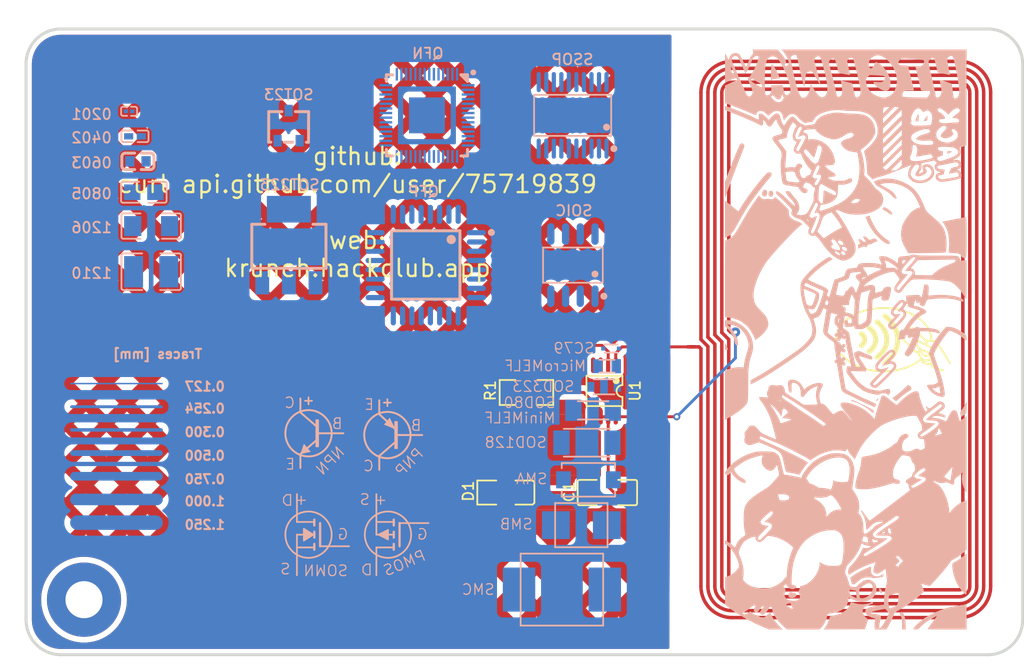
<source format=kicad_pcb>
(kicad_pcb (version 20241229) (generator "pcbnew") (generator_version "9.0")
  (layers (0 "F.Cu" signal "TopLayer") (2 "B.Cu" signal "BottomLayer") (13 "F.Paste" user "TopPasteMaskLayer") (15 "B.Paste" user "BottomPasteMaskLayer") (5 "F.SilkS" user "TopSilkLayer") (7 "B.SilkS" user "BottomSilkLayer") (1 "F.Mask" user "TopSolderMaskLayer") (3 "B.Mask" user "BottomSolderMaskLayer") (25 "Edge.Cuts" user "BoardOutLine"))
  (net 0 "")
  (net 1 "NFC_P$2")
  (net 2 "NFC_P$1")
  (net 3 "R1_1")
  (net 4 "U1_2")
  (net 5 "U1_6")
  (footprint "BackupProjects_krunchiekrunch_personal_0_20250719:Pad_gge145098" (layer "F.Cu") (at 117.8 122.6)
    (property "Reference" "Pad_gge145098" (hide yes))
    (property "Value" "Pad_gge145098" (hide yes))
  )
  (footprint "BackupProjects_krunchiekrunch_personal_0_20250719:Pad_gge145080" (layer "F.Cu") (at 117.8 112.6)
    (property "Reference" "Pad_gge145080" (hide yes))
    (property "Value" "Pad_gge145080" (hide yes))
  )
  (footprint "BackupProjects_krunchiekrunch_personal_0_20250719:LED1206-R-RD_GREEN" (layer "F.Cu") (at 151.4012 120.0052 180)
    (property "Reference" "D1")
    (property "Value" "XL-3216UGC" (hide yes))
  )
  (footprint "BackupProjects_krunchiekrunch_personal_0_20250719:Pad_gge145095" (layer "F.Cu") (at 117.8 120.6)
    (property "Reference" "Pad_gge145095" (hide yes))
    (property "Value" "Pad_gge145095" (hide yes))
  )
  (footprint "BackupProjects_krunchiekrunch_personal_0_20250719:TSSOP-8_L3.0-W3.0-P0.65-LS4.9-BL" (layer "F.Cu") (at 159.911 111.242 180)
    (property "Reference" "U1")
    (property "Value" "NT3H2111W0FTTJ" (hide yes))
  )
  (footprint "BackupProjects_krunchiekrunch_personal_0_20250719:Pad_gge145083" (layer "F.Cu") (at 117.8 110.6)
    (property "Reference" "Pad_gge145083" (hide yes))
    (property "Value" "Pad_gge145083" (hide yes))
  )
  (footprint "BackupProjects_krunchiekrunch_personal_0_20250719:Pad_gge145086" (layer "F.Cu") (at 117.8 114.6)
    (property "Reference" "Pad_gge145086" (hide yes))
    (property "Value" "Pad_gge145086" (hide yes))
  )
  (footprint "BackupProjects_krunchiekrunch_personal_0_20250719:C1206" (layer "F.Cu") (at 160.165 120.005)
    (property "Reference" "C1")
    (property "Value" "220nF" (hide yes))
  )
  (footprint "BackupProjects_krunchiekrunch_personal_0_20250719:Pad_gge145089" (layer "F.Cu") (at 117.8 116.6)
    (property "Reference" "Pad_gge145089" (hide yes))
    (property "Value" "Pad_gge145089" (hide yes))
  )
  (footprint "BackupProjects_krunchiekrunch_personal_0_20250719:R1206" (layer "F.Cu") (at 153.18 111.369)
    (property "Reference" "R1")
    (property "Value" "47Ω" (hide yes))
  )
  (footprint "BackupProjects_krunchiekrunch_personal_0_20250719:Pad_gge145092" (layer "F.Cu") (at 117.8 118.6)
    (property "Reference" "Pad_gge145092" (hide yes))
    (property "Value" "Pad_gge145092" (hide yes))
  )
  (footprint "MountingHole:MountingHole_3.2mm_M3_Pad_TopBottom" (layer "F.Cu") (at 115 129.25)
    (property "Reference" "REF**" (hide yes))
    (property "Value" "MountingHole_3.2mm_M3_Pad_TopBottom" (hide yes))
  )
  (footprint "BackupProjects_krunchiekrunch_personal_0_20250719:25X48MM_NFC_ANTENNA" (layer "F.Cu") (at 180.739 106.797 90)
    (property "Reference" "NFC" (hide yes))
    (property "Value" "25X48MM_NFC_ANTENNA" (hide yes))
  )
  (footprint "BackupProjects_krunchiekrunch_personal_0_20250719:C1210" (layer "B.Cu") (at 120.795 100.948 180)
    (property "Reference" "1210")
    (property "Value" "1210" (hide yes))
  )
  (footprint "Adafruit PCB Reference Ruler:NPN-SYMB" (layer "B.Cu") (at 134.3735 114.89 180)
    (property "Reference" "E$54" (hide yes))
    (property "Value" "" (hide yes))
  )
  (footprint "BackupProjects_krunchiekrunch_personal_0_20250719:TQFP-32_L7.0-W7.0-P0.80-LS9.0-TL" (layer "B.Cu") (at 144.49 100.38 180)
    (property "Reference" "QFP")
    (property "Value" "CY29350AI" (hide yes))
  )
  (footprint "BackupProjects_krunchiekrunch_personal_0_20250719:TSSOP-20_L6.5-W4.4-P0.65-LS6.4-BL" (layer "B.Cu") (at 157.167 87.454 180)
    (property "Reference" "SSOP")
    (property "Value" "SN74LVT244APWR" (hide yes))
  )
  (footprint "Adafruit PCB Reference Ruler:PMOS-SYMB" (layer "B.Cu") (at 141.23 123.64 180)
    (property "Reference" "E$51" (hide yes))
    (property "Value" "" (hide yes))
  )
  (footprint "Adafruit PCB Reference Ruler:SMB-DIODE" (layer "B.Cu") (at 157.9164 122.8174 180)
    (property "Reference" "E$44" (hide yes))
    (property "Value" "" (hide yes))
  )
  (footprint "LOGO" (layer "B.Cu") (at 180.739 106.797 90)
    (property "Reference" "G***")
    (property "Value" "LOGO" (hide yes))
  )
  (footprint "BackupProjects_krunchiekrunch_personal_0_20250719:SOIC-8_L4.9-W4.0-P1.27-LS6.0-BL" (layer "B.Cu") (at 157.19 100.38 180)
    (property "Reference" "SOIC")
    (property "Value" "CY15B064J-SXET_C2953071" (hide yes))
  )
  (footprint "Adafruit PCB Reference Ruler:SMA-DIODE" (layer "B.Cu") (at 158.526 118.9058)
    (property "Reference" "E$43" (hide yes))
    (property "Value" "" (hide yes))
  )
  (footprint "Adafruit PCB Reference Ruler:SOD80C" (layer "B.Cu") (at 158.9324 112.9114 180)
    (property "Reference" "E$49" (hide yes))
    (property "Value" "" (hide yes))
  )
  (footprint "BackupProjects_krunchiekrunch_personal_0_20250719:C0603" (layer "B.Cu") (at 119.652 91.423 180)
    (property "Reference" "0603")
    (property "Value" "0603_C9900021180" (hide yes))
  )
  (footprint "BackupProjects_krunchiekrunch_personal_0_20250719:LQFN-56_L7.0-W7.0-P0.4-EP" (layer "B.Cu") (at 144.594 87.454 180)
    (property "Reference" "QFN")
    (property "Value" "RP2040" (hide yes))
  )
  (footprint "Adafruit PCB Reference Ruler:NMOS-SYMB" (layer "B.Cu") (at 134.3735 123.64 180)
    (property "Reference" "E$50" (hide yes))
    (property "Value" "" (hide yes))
  )
  (footprint "Adafruit PCB Reference Ruler:SC79_INFINEON" (layer "B.Cu") (at 160.4818 107.5774 180)
    (property "Reference" "E$42" (hide yes))
    (property "Value" "" (hide yes))
  )
  (footprint "" (layer "B.Cu") (at 158.7222 110.8794 -90)
    (property "Reference" "")
    (property "Value" "")
  )
  (footprint "BackupProjects_krunchiekrunch_personal_0_20250719:C1206" (layer "B.Cu") (at 120.795 97.011 180)
    (property "Reference" "1206")
    (property "Value" "47UF50V-1206" (hide yes))
  )
  (footprint "Adafruit PCB Reference Ruler:PNP-SYMB" (layer "B.Cu") (at 141.18 115.044 180)
    (property "Reference" "E$59" (hide yes))
    (property "Value" "" (hide yes))
  )
  (footprint "Adafruit PCB Reference Ruler:SOD-323" (layer "B.Cu") (at 159.8722 110.8794)
    (property "Reference" "E$48" (hide yes))
    (property "Value" "" (hide yes))
  )
  (footprint "Adafruit PCB Reference Ruler:MICROMELF-R" (layer "B.Cu") (at 160.1262 109.1014 180)
    (property "Reference" "E$41" (hide yes))
    (property "Value" "" (hide yes))
  )
  (footprint "BackupProjects_krunchiekrunch_personal_0_20250719:PG-SOT23-3_L3.0-W2.2-P1.90-LS3.1-BL" (layer "B.Cu") (at 132.656 88.343 180)
    (property "Reference" "SOT23")
    (property "Value" "EW-632" (hide yes))
  )
  (footprint "" (layer "B.Cu") (at 156.199 115.7054 -90)
    (property "Reference" "")
    (property "Value" "")
  )
  (footprint "Adafruit PCB Reference Ruler:SMC" (layer "B.Cu") (at 156.24 128.38 180)
    (property "Reference" "E$45" (hide yes))
    (property "Value" "" (hide yes))
  )
  (footprint "BackupProjects_krunchiekrunch_personal_0_20250719:PG-SOT223-4_L6.5-W3.5-P2.30-LS7.0-BR" (layer "B.Cu") (at 132.679 98.729 -90)
    (property "Reference" "SOT223")
    (property "Value" "BD733L2FP3-CE2_C2981755" (hide yes))
  )
  (footprint "BackupProjects_krunchiekrunch_personal_0_20250719:C0201" (layer "B.Cu") (at 118.89 87.105 180)
    (property "Reference" "0201")
    (property "Value" "0201_C9900015864" (hide yes))
  )
  (footprint "BackupProjects_krunchiekrunch_personal_0_20250719:C0402" (layer "B.Cu") (at 119.398 89.264 180)
    (property "Reference" "0402")
    (property "Value" "12.5PF-C0402" (hide yes))
  )
  (footprint "Adafruit PCB Reference Ruler:SOD-128" (layer "B.Cu") (at 158.399 115.7054 180)
    (property "Reference" "E$47" (hide yes))
    (property "Value" "" (hide yes))
  )
  (footprint "" (layer "B.Cu") (at 160.9262 109.1014 -90)
    (property "Reference" "")
    (property "Value" "")
  )
  (footprint "" (layer "B.Cu") (at 157.2324 112.9114 -90)
    (property "Reference" "")
    (property "Value" "")
  )
  (footprint "BackupProjects_krunchiekrunch_personal_0_20250719:C0805" (layer "B.Cu") (at 120.16 94.09 180)
    (property "Reference" "0805")
    (property "Value" "0805_C9900012713" (hide yes))
  )
  (gr_poly (pts (xy 183.3825 105.0758) (xy 183.3758 105.078) (xy 183.3647 105.0826) (xy 183.3536 105.0872) (xy 183.3343 105.0967) (xy 183.315 105.1062) (xy 183.2877 105.1336) (xy 183.2603 105.1609) (xy 183.2506 105.1802) (xy 183.241 105.1995) (xy 183.2345 105.215) (xy 183.2281 105.2306) (xy 183.2254 105.2582) (xy 183.2227 105.2858) (xy 183.2271 105.3204) (xy 183.2315 105.355) (xy 183.2359 105.3565) (xy 183.2403 105.3579) (xy 183.2403 105.3656) (xy 183.2403 105.3733) (xy 183.2594 105.4019) (xy 183.2785 105.4305) (xy 183.3138 105.4588) (xy 183.3491 105.487) (xy 183.358 105.4943) (xy 183.3669 105.5016) (xy 183.389 105.5194) (xy 183.4111 105.5371) (xy 183.4242 105.5482) (xy 183.4373 105.5593) (xy 183.4665 105.5859) (xy 183.4958 105.6125) (xy 183.5492 105.6659) (xy 183.6027 105.7193) (xy 183.6336 105.7544) (xy 183.6646 105.7895) (xy 183.6718 105.7972) (xy 183.6791 105.8048) (xy 183.7024 105.8354) (xy 183.7256 105.8659) (xy 183.7295 105.8674) (xy 183.7334 105.8688) (xy 183.7334 105.8727) (xy 183.7334 105.8766) (xy 183.7556 105.9068) (xy 183.7777 105.937) (xy 183.7812 105.9414) (xy 183.7848 105.9458) (xy 183.7956 105.9636) (xy 183.8063 105.9814) (xy 183.8099 105.9829) (xy 183.8134 105.9843) (xy 183.8134 105.9882) (xy 183.8134 105.992) (xy 183.8267 106.0118) (xy 183.84 106.0315) (xy 183.84 106.0361) (xy 183.84 106.0407) (xy 183.8456 106.0468) (xy 183.8511 106.0528) (xy 183.8564 106.0615) (xy 183.8617 106.0702) (xy 183.8741 106.0947) (xy 183.8866 106.1191) (xy 183.8896 106.1214) (xy 183.8927 106.1236) (xy 183.8957 106.1358) (xy 183.8987 106.148) (xy 183.9024 106.148) (xy 183.906 106.148) (xy 183.9089 106.1613) (xy 183.9118 106.1746) (xy 183.9159 106.1746) (xy 183.92 106.1746) (xy 183.92 106.1817) (xy 183.92 106.1888) (xy 183.926 106.2006) (xy 183.932 106.2124) (xy 183.9392 106.2279) (xy 183.9463 106.2435) (xy 183.9492 106.2557) (xy 183.9521 106.2679) (xy 183.956 106.2679) (xy 183.96 106.2679) (xy 183.96 106.2757) (xy 183.96 106.2835) (xy 183.9667 106.2962) (xy 183.9733 106.3089) (xy 183.9733 106.3162) (xy 183.9734 106.3234) (xy 183.9796 106.3354) (xy 183.9858 106.3473) (xy 183.989 106.3619) (xy 183.9922 106.3765) (xy 183.9958 106.3833) (xy 183.9994 106.3901) (xy 184.0044 106.4101) (xy 184.0095 106.4301) (xy 184.0136 106.4501) (xy 184.0178 106.4701) (xy 184.0208 106.4767) (xy 184.0238 106.4834) (xy 184.0298 106.5145) (xy 184.0358 106.5456) (xy 184.0423 106.5878) (xy 184.0489 106.63) (xy 184.0531 106.6744) (xy 184.0572 106.7188) (xy 184.0573 106.8121) (xy 184.0573 106.9054) (xy 184.0533 106.9476) (xy 184.0492 106.9898) (xy 184.0425 107.032) (xy 184.0357 107.0742) (xy 184.029 107.1053) (xy 184.0224 107.1364) (xy 184.0167 107.1631) (xy 184.0111 107.1897) (xy 184.0083 107.1942) (xy 184.0055 107.1986) (xy 184.0025 107.2141) (xy 183.9995 107.2297) (xy 183.9955 107.2386) (xy 183.9915 107.2475) (xy 183.9872 107.263) (xy 183.9829 107.2786) (xy 183.9774 107.2941) (xy 183.9719 107.3097) (xy 183.9659 107.3237) (xy 183.96 107.3377) (xy 183.96 107.3422) (xy 183.96 107.3467) (xy 183.9537 107.3593) (xy 183.9474 107.3719) (xy 183.9407 107.3874) (xy 183.9339 107.403) (xy 183.9203 107.4322) (xy 183.9067 107.4614) (xy 183.9067 107.4661) (xy 183.9067 107.4707) (xy 183.9 107.4763) (xy 183.8934 107.4818) (xy 183.8934 107.4901) (xy 183.8934 107.4985) (xy 183.8898 107.4985) (xy 183.8863 107.4985) (xy 183.8741 107.524) (xy 183.8618 107.5496) (xy 183.8532 107.5629) (xy 183.8446 107.5762) (xy 183.8406 107.5851) (xy 183.8365 107.594) (xy 183.8249 107.6108) (xy 183.8134 107.6277) (xy 183.8134 107.6316) (xy 183.8134 107.6355) (xy 183.8099 107.6369) (xy 183.8063 107.6384) (xy 183.7956 107.6562) (xy 183.7848 107.674) (xy 183.7812 107.6784) (xy 183.7777 107.6828) (xy 183.7556 107.713) (xy 183.7334 107.7432) (xy 183.7334 107.7471) (xy 183.7334 107.751) (xy 183.7295 107.7524) (xy 183.7256 107.7539) (xy 183.7035 107.7828) (xy 183.6814 107.8117) (xy 183.6685 107.8266) (xy 183.6557 107.8416) (xy 183.6424 107.8562) (xy 183.629 107.8707) (xy 183.589 107.9142) (xy 183.5491 107.9577) (xy 183.5319 107.9735) (xy 183.5148 107.9894) (xy 183.503 108) (xy 183.4913 108.0106) (xy 183.4643 108.0355) (xy 183.4373 108.0605) (xy 183.4242 108.0716) (xy 183.4111 108.0826) (xy 183.389 108.1003) (xy 183.3669 108.1179) (xy 183.3647 108.1204) (xy 183.3625 108.1229) (xy 183.3241 108.1526) (xy 183.2857 108.1823) (xy 183.2725 108.1991) (xy 183.2594 108.2159) (xy 183.2501 108.2337) (xy 183.2408 108.2515) (xy 183.2334 108.2688) (xy 183.226 108.2861) (xy 183.226 108.3359) (xy 183.226 108.3857) (xy 183.2335 108.403) (xy 183.241 108.4203) (xy 183.2506 108.4396) (xy 183.2603 108.4589) (xy 183.2877 108.4862) (xy 183.315 108.5136) (xy 183.3343 108.5231) (xy 183.3536 108.5326) (xy 183.3665 108.5387) (xy 183.3794 108.5447) (xy 183.438 108.5447) (xy 183.4966 108.5447) (xy 183.5095 108.5387) (xy 183.5224 108.5326) (xy 183.5408 108.5234) (xy 183.5593 108.5142) (xy 183.5742 108.5017) (xy 183.589 108.4892) (xy 183.5935 108.4856) (xy 183.598 108.4819) (xy 183.6053 108.4777) (xy 183.6125 108.4736) (xy 183.6313 108.458) (xy 183.6502 108.4425) (xy 183.6576 108.4358) (xy 183.6649 108.4292) (xy 183.6868 108.4115) (xy 183.7086 108.3937) (xy 183.7206 108.3826) (xy 183.7325 108.3714) (xy 183.7603 108.347) (xy 183.788 108.3226) (xy 183.8463 108.2648) (xy 183.9046 108.2071) (xy 183.94 108.1675) (xy 183.9755 108.128) (xy 183.9822 108.1209) (xy 183.9889 108.1137) (xy 184.0066 108.0915) (xy 184.0244 108.0693) (xy 184.0266 108.0671) (xy 184.0288 108.0649) (xy 184.0455 108.0441) (xy 184.0622 108.0234) (xy 184.0622 108.019) (xy 184.0622 108.0146) (xy 184.0661 108.0131) (xy 184.07 108.0116) (xy 184.0861 107.9904) (xy 184.1022 107.9693) (xy 184.1022 107.9668) (xy 184.1022 107.9643) (xy 184.1089 107.9576) (xy 184.1156 107.9508) (xy 184.1539 107.8924) (xy 184.1921 107.8339) (xy 184.2004 107.8218) (xy 184.2088 107.8098) (xy 184.2088 107.8076) (xy 184.2088 107.8053) (xy 184.2287 107.7724) (xy 184.2488 107.7395) (xy 184.2488 107.7348) (xy 184.2488 107.7302) (xy 184.2522 107.7288) (xy 184.2557 107.7273) (xy 184.2861 107.6651) (xy 184.3165 107.6029) (xy 184.3233 107.5873) (xy 184.3302 107.5718) (xy 184.3357 107.5584) (xy 184.3411 107.5451) (xy 184.3458 107.534) (xy 184.3505 107.5229) (xy 184.3601 107.4985) (xy 184.3698 107.474) (xy 184.3759 107.46) (xy 184.382 107.446) (xy 184.382 107.4394) (xy 184.382 107.4329) (xy 184.3887 107.4201) (xy 184.3953 107.4074) (xy 184.3953 107.3983) (xy 184.3953 107.3892) (xy 184.3995 107.385) (xy 184.4037 107.3807) (xy 184.4082 107.363) (xy 184.4127 107.3452) (xy 184.42 107.3186) (xy 184.4273 107.2919) (xy 184.4332 107.2675) (xy 184.4391 107.243) (xy 184.4439 107.2275) (xy 184.4487 107.212) (xy 184.4487 107.1984) (xy 184.4487 107.1848) (xy 184.4528 107.1806) (xy 184.4569 107.1764) (xy 184.4616 107.1431) (xy 184.4663 107.1098) (xy 184.4709 107.072) (xy 184.4756 107.0342) (xy 184.481 107.0031) (xy 184.4864 106.972) (xy 184.4864 106.8099) (xy 184.4864 106.6478) (xy 184.481 106.6166) (xy 184.4756 106.5855) (xy 184.4713 106.55) (xy 184.467 106.5145) (xy 184.4604 106.4789) (xy 184.4538 106.4434) (xy 184.4471 106.4123) (xy 184.4404 106.3812) (xy 184.4352 106.3568) (xy 184.4301 106.3323) (xy 184.4266 106.3279) (xy 184.4231 106.3234) (xy 184.4201 106.3024) (xy 184.4171 106.2815) (xy 184.4134 106.2792) (xy 184.4097 106.2769) (xy 184.4067 106.257) (xy 184.4037 106.237) (xy 184.3995 106.2344) (xy 184.3953 106.2319) (xy 184.3953 106.2221) (xy 184.3953 106.2124) (xy 184.3887 106.1997) (xy 184.382 106.1869) (xy 184.382 106.1803) (xy 184.382 106.1737) (xy 184.3759 106.1597) (xy 184.3698 106.1457) (xy 184.3601 106.1213) (xy 184.3505 106.0969) (xy 184.3458 106.0858) (xy 184.3411 106.0747) (xy 184.3357 106.0613) (xy 184.3302 106.048) (xy 184.3233 106.0325) (xy 184.3165 106.0169) (xy 184.2861 105.9547) (xy 184.2557 105.8925) (xy 184.2522 105.891) (xy 184.2488 105.8896) (xy 184.2488 105.8849) (xy 184.2488 105.8803) (xy 184.2287 105.8474) (xy 184.2088 105.8145) (xy 184.2088 105.8122) (xy 184.2088 105.81) (xy 184.1988 105.7957) (xy 184.1888 105.7815) (xy 184.1866 105.7793) (xy 184.1843 105.777) (xy 184.1755 105.7596) (xy 184.1666 105.7421) (xy 184.1621 105.7374) (xy 184.1577 105.7326) (xy 184.1332 105.696) (xy 184.1088 105.6594) (xy 184.1055 105.6593) (xy 184.1022 105.6593) (xy 184.1022 105.6548) (xy 184.1022 105.6503) (xy 184.073 105.6121) (xy 184.0439 105.574) (xy 184.0386 105.5675) (xy 184.0333 105.5611) (xy 184.0211 105.5478) (xy 184.0089 105.5346) (xy 184.0087 105.5314) (xy 184.0086 105.5282) (xy 183.9863 105.5038) (xy 183.964 105.4794) (xy 183.9343 105.4461) (xy 183.9046 105.4127) (xy 183.8531 105.3616) (xy 183.8015 105.3106) (xy 183.7828 105.2936) (xy 183.7642 105.2766) (xy 183.7229 105.2403) (xy 183.6817 105.2039) (xy 183.6709 105.1951) (xy 183.6601 105.1862) (xy 183.629 105.1618) (xy 183.5979 105.1374) (xy 183.5935 105.1339) (xy 183.589 105.1305) (xy 183.5779 105.1212) (xy 183.5668 105.1118) (xy 183.5505 105.1014) (xy 183.5342 105.091) (xy 183.5085 105.0819) (xy 183.4827 105.0729) (xy 183.4359 105.0732) (xy 183.3891 105.0736)) (fill yes) (layer "F.SilkS"))
  (gr_poly (pts (xy 184.0199 103.9992) (xy 184.2243 104.0011) (xy 184.3287 104.006) (xy 184.4331 104.0108) (xy 184.4731 104.0153) (xy 184.5131 104.0199) (xy 184.5708 104.0247) (xy 184.6286 104.0295) (xy 184.6752 104.0335) (xy 184.7219 104.0374) (xy 184.7441 104.0418) (xy 184.7663 104.0462) (xy 184.8107 104.0513) (xy 184.8551 104.0564) (xy 184.8973 104.0624) (xy 184.9396 104.0684) (xy 184.9818 104.0752) (xy 185.024 104.082) (xy 185.0617 104.0889) (xy 185.0995 104.0957) (xy 185.1306 104.1002) (xy 185.1617 104.1046) (xy 185.1683 104.1076) (xy 185.175 104.1105) (xy 185.2061 104.116) (xy 185.2372 104.1215) (xy 185.2683 104.1284) (xy 185.2994 104.1352) (xy 185.3261 104.1401) (xy 185.3527 104.145) (xy 185.3616 104.1489) (xy 185.3705 104.1528) (xy 185.3903 104.1558) (xy 185.4101 104.1588) (xy 185.417 104.1623) (xy 185.4238 104.1657) (xy 185.4482 104.1707) (xy 185.4727 104.1757) (xy 185.4926 104.1801) (xy 185.5126 104.1844) (xy 185.5193 104.1874) (xy 185.5259 104.1904) (xy 185.5482 104.1958) (xy 185.5704 104.2013) (xy 185.5948 104.208) (xy 185.6192 104.2146) (xy 185.6437 104.2219) (xy 185.6681 104.2292) (xy 185.6881 104.234) (xy 185.7081 104.2387) (xy 185.7125 104.2421) (xy 185.717 104.2454) (xy 185.7342 104.2485) (xy 185.7514 104.2516) (xy 185.7586 104.2553) (xy 185.7659 104.259) (xy 185.7992 104.2686) (xy 185.8325 104.2783) (xy 185.8393 104.2819) (xy 185.8461 104.2855) (xy 185.8615 104.2888) (xy 185.8769 104.2921) (xy 185.8813 104.2951) (xy 185.8858 104.2982) (xy 185.9191 104.3086) (xy 185.9524 104.319) (xy 185.9567 104.3228) (xy 185.9609 104.3265) (xy 185.9702 104.3265) (xy 185.9796 104.3265) (xy 185.9882 104.3331) (xy 185.9969 104.3396) (xy 186.0058 104.3398) (xy 186.0146 104.3399) (xy 186.0266 104.3462) (xy 186.0385 104.3524) (xy 186.052 104.3554) (xy 186.0656 104.3583) (xy 186.0681 104.3624) (xy 186.0707 104.3666) (xy 186.0773 104.3666) (xy 186.084 104.3666) (xy 186.1048 104.3756) (xy 186.1257 104.3846) (xy 186.1334 104.3889) (xy 186.1411 104.3932) (xy 186.1459 104.3932) (xy 186.1506 104.3932) (xy 186.1715 104.4023) (xy 186.1923 104.4115) (xy 186.2034 104.4161) (xy 186.2145 104.4208) (xy 186.2279 104.4262) (xy 186.2412 104.4317) (xy 186.259 104.4395) (xy 186.2767 104.4474) (xy 186.2901 104.453) (xy 186.3034 104.4586) (xy 186.3239 104.4681) (xy 186.3443 104.4776) (xy 186.3494 104.4776) (xy 186.3545 104.4776) (xy 186.3545 104.482) (xy 186.3545 104.4865) (xy 186.3616 104.4865) (xy 186.3686 104.4865) (xy 186.3805 104.4927) (xy 186.3922 104.4989) (xy 186.4966 104.5506) (xy 186.601 104.6023) (xy 186.6366 104.6223) (xy 186.6721 104.6423) (xy 186.6843 104.647) (xy 186.6965 104.6517) (xy 186.6965 104.6557) (xy 186.6965 104.6597) (xy 186.7015 104.6597) (xy 186.7065 104.6597) (xy 186.7386 104.6792) (xy 186.7707 104.6987) (xy 186.7803 104.7017) (xy 186.7898 104.7048) (xy 186.7898 104.7089) (xy 186.7898 104.7131) (xy 186.795 104.7131) (xy 186.8002 104.7131) (xy 186.8073 104.7192) (xy 186.8143 104.7254) (xy 186.8298 104.7339) (xy 186.8454 104.7425) (xy 186.8617 104.7524) (xy 186.878 104.7624) (xy 186.915 104.7863) (xy 186.952 104.8103) (xy 186.9565 104.8139) (xy 186.961 104.8175) (xy 186.9876 104.8352) (xy 187.0142 104.853) (xy 187.0157 104.8563) (xy 187.0171 104.8596) (xy 187.0214 104.8596) (xy 187.0256 104.8596) (xy 187.0398 104.8697) (xy 187.0539 104.8796) (xy 187.059 104.8841) (xy 187.0642 104.8885) (xy 187.0741 104.8952) (xy 187.0841 104.9019) (xy 187.1047 104.9172) (xy 187.1252 104.9325) (xy 187.1267 104.9361) (xy 187.1282 104.9396) (xy 187.1334 104.9397) (xy 187.1386 104.9398) (xy 187.1563 104.9553) (xy 187.1741 104.9707) (xy 187.1785 104.9741) (xy 187.183 104.9775) (xy 187.1963 104.9876) (xy 187.2096 104.9976) (xy 187.2225 105.0075) (xy 187.2354 105.0174) (xy 187.2427 105.024) (xy 187.25 105.0307) (xy 187.272 105.0484) (xy 187.2941 105.066) (xy 187.299 105.0706) (xy 187.304 105.0751) (xy 187.3322 105.0995) (xy 187.3603 105.124) (xy 187.3872 105.1483) (xy 187.414 105.1726) (xy 187.4962 105.2549) (xy 187.5784 105.3372) (xy 187.6037 105.3661) (xy 187.629 105.395) (xy 187.6384 105.4061) (xy 187.6479 105.4172) (xy 187.6576 105.4283) (xy 187.6673 105.4394) (xy 187.685 105.4616) (xy 187.7028 105.4838) (xy 187.705 105.486) (xy 187.7072 105.4883) (xy 187.7239 105.509) (xy 187.7405 105.5297) (xy 187.7405 105.5342) (xy 187.7405 105.5386) (xy 187.7445 105.5401) (xy 187.7484 105.5416) (xy 187.7653 105.5638) (xy 187.7823 105.586) (xy 187.8327 105.6606) (xy 187.8831 105.7353) (xy 187.8859 105.7428) (xy 187.8887 105.7504) (xy 187.8915 105.7526) (xy 187.8943 105.7548) (xy 187.9099 105.7815) (xy 187.9254 105.8081) (xy 187.934 105.8258) (xy 187.9427 105.8434) (xy 187.9462 105.848) (xy 187.9497 105.8526) (xy 187.9606 105.8725) (xy 187.9714 105.8925) (xy 187.9889 105.9281) (xy 188.0063 105.9636) (xy 188.0204 105.9947) (xy 188.0345 106.0258) (xy 188.0383 106.0347) (xy 188.0421 106.0436) (xy 188.0518 106.068) (xy 188.0615 106.0924) (xy 188.0676 106.1064) (xy 188.0737 106.1204) (xy 188.0737 106.1248) (xy 188.0737 106.1292) (xy 188.0804 106.1419) (xy 188.087 106.1546) (xy 188.087 106.1622) (xy 188.087 106.1696) (xy 188.091 106.1721) (xy 188.0949 106.1745) (xy 188.098 106.1907) (xy 188.101 106.2068) (xy 188.1047 106.214) (xy 188.1085 106.2213) (xy 188.1178 106.2504) (xy 188.127 106.2797) (xy 188.127 106.2884) (xy 188.127 106.2972) (xy 188.1311 106.3014) (xy 188.1352 106.3057) (xy 188.1398 106.3279) (xy 188.1445 106.3501) (xy 188.151 106.379) (xy 188.1576 106.4079) (xy 188.1622 106.4256) (xy 188.1668 106.4434) (xy 188.1669 106.4598) (xy 188.167 106.4762) (xy 188.1711 106.4787) (xy 188.1751 106.4812) (xy 188.1779 106.5156) (xy 188.1807 106.55) (xy 188.185 106.5686) (xy 188.1892 106.5872) (xy 188.1941 106.6597) (xy 188.1991 106.7322) (xy 188.2019 106.7854) (xy 188.2048 106.8386) (xy 188.2159 106.8417) (xy 188.227 106.8449) (xy 188.2581 106.8493) (xy 188.2892 106.8537) (xy 188.3158 106.8587) (xy 188.3425 106.8637) (xy 188.3467 106.8679) (xy 188.3509 106.8721) (xy 188.3593 106.8721) (xy 188.3678 106.8721) (xy 188.384 106.8791) (xy 188.4002 106.8862) (xy 188.4185 106.8947) (xy 188.4367 106.9032) (xy 188.4414 106.9032) (xy 188.4461 106.9032) (xy 188.4476 106.9065) (xy 188.4491 106.9099) (xy 188.4657 106.9183) (xy 188.4823 106.9267) (xy 188.5123 106.9482) (xy 188.5424 106.9696) (xy 188.5535 106.9789) (xy 188.5646 106.9882) (xy 188.589 107.0089) (xy 188.6135 107.0296) (xy 188.6579 107.0744) (xy 188.7023 107.1192) (xy 188.7179 107.1367) (xy 188.7335 107.1542) (xy 188.7601 107.1857) (xy 188.7867 107.2173) (xy 188.7941 107.2264) (xy 188.8014 107.2355) (xy 188.8252 107.2659) (xy 188.8489 107.2963) (xy 188.8523 107.3008) (xy 188.8557 107.3052) (xy 188.8646 107.3159) (xy 188.8733 107.3266) (xy 188.8734 107.3292) (xy 188.8735 107.3319) (xy 188.8856 107.3459) (xy 188.8978 107.3598) (xy 188.9034 107.3681) (xy 188.909 107.3763) (xy 188.9311 107.4074) (xy 188.9532 107.4385) (xy 188.9588 107.4468) (xy 188.9644 107.4551) (xy 188.9722 107.4653) (xy 188.98 107.4754) (xy 188.98 107.4783) (xy 188.98 107.4811) (xy 188.9855 107.4877) (xy 188.9911 107.4943) (xy 188.9957 107.4997) (xy 189.0003 107.5051) (xy 189.0111 107.5229) (xy 189.0219 107.5407) (xy 189.0276 107.5466) (xy 189.0333 107.5524) (xy 189.0333 107.5584) (xy 189.0333 107.5644) (xy 189.0366 107.5659) (xy 189.0399 107.5673) (xy 189.0499 107.5816) (xy 189.0599 107.5959) (xy 189.0599 107.6001) (xy 189.0599 107.6043) (xy 189.0633 107.6058) (xy 189.0666 107.6073) (xy 189.0766 107.6216) (xy 189.0866 107.6358) (xy 189.0866 107.6401) (xy 189.0866 107.6443) (xy 189.0903 107.6458) (xy 189.094 107.6473) (xy 189.1127 107.6784) (xy 189.1315 107.7095) (xy 189.1368 107.7182) (xy 189.1421 107.7269) (xy 189.1477 107.7329) (xy 189.1532 107.739) (xy 189.1532 107.745) (xy 189.1532 107.751) (xy 189.1569 107.7524) (xy 189.1606 107.7539) (xy 189.186 107.7961) (xy 189.2115 107.8383) (xy 189.2168 107.8472) (xy 189.2221 107.8561) (xy 189.2343 107.8752) (xy 189.2465 107.8943) (xy 189.2465 107.8985) (xy 189.2465 107.9027) (xy 189.2507 107.9027) (xy 189.2548 107.9027) (xy 189.2579 107.9127) (xy 189.261 107.9227) (xy 189.2737 107.9403) (xy 189.2865 107.9578) (xy 189.2865 107.9636) (xy 189.2865 107.9694) (xy 189.2909 107.9694) (xy 189.2952 107.9694) (xy 189.298 107.9805) (xy 189.3008 107.9916) (xy 189.3038 107.9916) (xy 189.3068 107.9916) (xy 189.312 108.0038) (xy 189.3173 108.016) (xy 189.323 108.0247) (xy 189.3287 108.0334) (xy 189.3342 108.0395) (xy 189.3398 108.0455) (xy 189.3398 108.0498) (xy 189.3398 108.0539) (xy 189.3519 108.0727) (xy 189.3641 108.0915) (xy 189.3695 108.1004) (xy 189.375 108.1093) (xy 189.3783 108.116) (xy 189.3815 108.1226) (xy 189.4273 108.1988) (xy 189.4731 108.275) (xy 189.4731 108.2799) (xy 189.4731 108.2848) (xy 189.4765 108.2848) (xy 189.4799 108.2848) (xy 189.4909 108.3058) (xy 189.502 108.3268) (xy 189.5075 108.3328) (xy 189.5131 108.3387) (xy 189.5131 108.3451) (xy 189.5131 108.3514) (xy 189.5171 108.3514) (xy 189.5211 108.3514) (xy 189.5259 108.3637) (xy 189.5307 108.3759) (xy 189.5363 108.3846) (xy 189.5419 108.3933) (xy 189.5475 108.3993) (xy 189.553 108.4054) (xy 189.553 108.4114) (xy 189.553 108.4173) (xy 189.5566 108.4188) (xy 189.5602 108.4203) (xy 189.5766 108.4475) (xy 189.593 108.4747) (xy 189.593 108.4794) (xy 189.593 108.484) (xy 189.5966 108.4854) (xy 189.6002 108.4869) (xy 189.6242 108.5269) (xy 189.6481 108.5669) (xy 189.6539 108.5728) (xy 189.6597 108.5786) (xy 189.6597 108.583) (xy 189.6597 108.5872) (xy 189.6644 108.5926) (xy 189.6691 108.598) (xy 189.6975 108.6424) (xy 189.7259 108.6868) (xy 189.745 108.715) (xy 189.7641 108.7431) (xy 189.7685 108.7484) (xy 189.773 108.7537) (xy 189.7829 108.7678) (xy 189.7929 108.782) (xy 189.7929 108.7862) (xy 189.7929 108.7905) (xy 189.7985 108.7924) (xy 189.804 108.7942) (xy 189.804 108.8316) (xy 189.804 108.869) (xy 189.7907 108.8838) (xy 189.7774 108.8987) (xy 189.7599 108.9072) (xy 189.7424 108.9156) (xy 189.7261 108.9156) (xy 189.7099 108.9156) (xy 189.6948 108.9081) (xy 189.6797 108.9006) (xy 189.666 108.887) (xy 189.6524 108.8734) (xy 189.6375 108.8512) (xy 189.6227 108.829) (xy 189.5866 108.7757) (xy 189.5506 108.7224) (xy 189.5331 108.6935) (xy 189.5157 108.6646) (xy 189.5099 108.6587) (xy 189.5042 108.6529) (xy 189.5042 108.6469) (xy 189.5042 108.6409) (xy 189.5005 108.6394) (xy 189.4968 108.638) (xy 189.4714 108.5958) (xy 189.4459 108.5536) (xy 189.4406 108.5447) (xy 189.4353 108.5358) (xy 189.424 108.518) (xy 189.4127 108.5003) (xy 189.4095 108.4936) (xy 189.4064 108.4869) (xy 189.3976 108.4736) (xy 189.3888 108.4603) (xy 189.3847 108.4514) (xy 189.3807 108.4425) (xy 189.3691 108.4257) (xy 189.3576 108.4088) (xy 189.3576 108.407) (xy 189.3576 108.4052) (xy 189.3309 108.361) (xy 189.3043 108.3169) (xy 189.3043 108.3123) (xy 189.3043 108.3077) (xy 189.3007 108.3063) (xy 189.2971 108.3048) (xy 189.2807 108.2775) (xy 189.2643 108.2503) (xy 189.2643 108.2453) (xy 189.2643 108.2404) (xy 189.2609 108.2404) (xy 189.2574 108.2404) (xy 189.2464 108.2194) (xy 189.2354 108.1983) (xy 189.2299 108.1924) (xy 189.2243 108.1864) (xy 189.2243 108.1801) (xy 189.2243 108.1737) (xy 189.2203 108.1737) (xy 189.2163 108.1737) (xy 189.2115 108.1615) (xy 189.2067 108.1493) (xy 189.201 108.1406) (xy 189.1954 108.1319) (xy 189.1899 108.1259) (xy 189.1843 108.1198) (xy 189.1843 108.1152) (xy 189.1843 108.1106) (xy 189.171 108.0909) (xy 189.1577 108.0711) (xy 189.1577 108.0669) (xy 189.1577 108.0627) (xy 189.1535 108.0627) (xy 189.1494 108.0627) (xy 189.1463 108.0527) (xy 189.1432 108.0427) (xy 189.1305 108.0236) (xy 189.1177 108.0045) (xy 189.1177 108.0003) (xy 189.1177 107.996) (xy 189.1137 107.996) (xy 189.1097 107.996) (xy 189.1048 107.9838) (xy 189.0999 107.9716) (xy 189.091 107.9583) (xy 189.0821 107.9449) (xy 189.0794 107.9372) (xy 189.0767 107.9294) (xy 189.073 107.9294) (xy 189.0694 107.9294) (xy 189.0663 107.9194) (xy 189.0632 107.9094) (xy 189.0602 107.9072) (xy 189.0571 107.905) (xy 189.0332 107.865) (xy 189.0093 107.825) (xy 189.0035 107.8191) (xy 188.9977 107.8133) (xy 188.9977 107.8093) (xy 188.9977 107.8053) (xy 188.9848 107.7863) (xy 188.9718 107.7672) (xy 188.9448 107.725) (xy 188.9178 107.6828) (xy 188.9133 107.6762) (xy 188.9088 107.6695) (xy 188.8933 107.6458) (xy 188.8778 107.6221) (xy 188.8778 107.6201) (xy 188.8778 107.6181) (xy 188.8722 107.6114) (xy 188.8667 107.6048) (xy 188.8622 107.5994) (xy 188.8577 107.594) (xy 188.8292 107.5518) (xy 188.8008 107.5096) (xy 188.7915 107.4964) (xy 188.7823 107.4832) (xy 188.7778 107.478) (xy 188.7734 107.4729) (xy 188.7667 107.463) (xy 188.7601 107.453) (xy 188.7448 107.4324) (xy 188.7295 107.4118) (xy 188.727 107.4096) (xy 188.7245 107.4074) (xy 188.7125 107.3896) (xy 188.7004 107.3719) (xy 188.6826 107.3519) (xy 188.6648 107.3319) (xy 188.6647 107.3285) (xy 188.6646 107.3252) (xy 188.6568 107.3172) (xy 188.649 107.3091) (xy 188.6246 107.2809) (xy 188.6001 107.2528) (xy 188.5868 107.2373) (xy 188.5735 107.2219) (xy 188.5418 107.1903) (xy 188.5102 107.1586) (xy 188.4885 107.1402) (xy 188.4669 107.1218) (xy 188.4558 107.1125) (xy 188.4447 107.1033) (xy 188.4402 107.0997) (xy 188.4358 107.0962) (xy 188.4047 107.0763) (xy 188.3736 107.0563) (xy 188.358 107.0489) (xy 188.3425 107.0416) (xy 188.3269 107.0349) (xy 188.3114 107.0282) (xy 188.2914 107.0252) (xy 188.2714 107.0221) (xy 188.267 107.0193) (xy 188.2625 107.0165) (xy 188.2225 107.0109) (xy 188.1826 107.0053) (xy 188.1137 106.9988) (xy 188.0448 106.9924) (xy 187.9604 106.9877) (xy 187.876 106.9831) (xy 187.849 106.9787) (xy 187.822 106.9743) (xy 187.8056 106.9743) (xy 187.7892 106.9743) (xy 187.7911 106.9843) (xy 187.7931 106.9943) (xy 187.7983 107.0187) (xy 187.8036 107.0432) (xy 187.8014 107.0698) (xy 187.7991 107.0964) (xy 187.7946 107.1193) (xy 187.7901 107.1421) (xy 187.7858 107.1504) (xy 187.7815 107.1586) (xy 187.7768 107.1697) (xy 187.7722 107.1808) (xy 187.7604 107.2) (xy 187.7486 107.2192) (xy 187.7579 107.2216) (xy 187.7672 107.2241) (xy 187.7672 107.2277) (xy 187.7672 107.2312) (xy 187.7805 107.2341) (xy 187.7938 107.2371) (xy 187.7938 107.2407) (xy 187.7938 107.2443) (xy 187.806 107.2473) (xy 187.8182 107.2504) (xy 187.8204 107.2534) (xy 187.8227 107.2564) (xy 187.8982 107.2938) (xy 187.9737 107.3313) (xy 187.976 107.3343) (xy 187.9782 107.3373) (xy 187.9893 107.3408) (xy 188.0004 107.3442) (xy 188.0026 107.3469) (xy 188.0049 107.3497) (xy 188.0848 107.3899) (xy 188.1648 107.4302) (xy 188.2514 107.4743) (xy 188.338 107.5184) (xy 188.3402 107.5207) (xy 188.3425 107.5229) (xy 188.363 107.5329) (xy 188.3834 107.5429) (xy 188.3881 107.5429) (xy 188.3928 107.5429) (xy 188.3943 107.5462) (xy 188.3958 107.5496) (xy 188.4657 107.5845) (xy 188.5357 107.6193) (xy 188.5469 107.6281) (xy 188.5581 107.637) (xy 188.5669 107.6552) (xy 188.5757 107.6734) (xy 188.5757 107.6898) (xy 188.5757 107.7062) (xy 188.5691 107.7212) (xy 188.5625 107.7361) (xy 188.5542 107.7459) (xy 188.5458 107.7557) (xy 188.5272 107.7654) (xy 188.5085 107.7751) (xy 188.4855 107.7726) (xy 188.4624 107.7701) (xy 188.4469 107.7624) (xy 188.4313 107.7546) (xy 188.4291 107.752) (xy 188.4269 107.7495) (xy 188.3336 107.7026) (xy 188.2403 107.6557) (xy 188.1292 107.5987) (xy 188.0182 107.5416) (xy 187.9382 107.5014) (xy 187.8583 107.4614) (xy 187.856 107.4588) (xy 187.8538 107.4563) (xy 187.8333 107.4463) (xy 187.8129 107.4363) (xy 187.8082 107.4363) (xy 187.8035 107.4363) (xy 187.802 107.4329) (xy 187.8005 107.4296) (xy 187.7339 107.3959) (xy 187.6672 107.3621) (xy 187.5939 107.3248) (xy 187.5206 107.2875) (xy 187.5184 107.2852) (xy 187.5162 107.283) (xy 187.454 107.2522) (xy 187.3918 107.2215) (xy 187.3896 107.2189) (xy 187.3873 107.2164) (xy 187.3096 107.1773) (xy 187.2319 107.1382) (xy 187.1896 107.1156) (xy 187.1475 107.0931) (xy 187.0919 107.0643) (xy 187.0364 107.0354) (xy 187.012 107.0226) (xy 186.9875 107.0099) (xy 186.9826 107.0099) (xy 186.9777 107.0098) (xy 186.9661 107.0206) (xy 186.9544 107.0314) (xy 186.9399 107.0572) (xy 186.9254 107.0831) (xy 186.9257 107.1364) (xy 186.9261 107.1897) (xy 186.9335 107.203) (xy 186.9408 107.2164) (xy 186.9409 107.2213) (xy 186.9409 107.2262) (xy 186.9524 107.2479) (xy 186.9639 107.2697) (xy 186.9732 107.2852) (xy 186.9826 107.3008) (xy 186.9851 107.303) (xy 186.9875 107.3052) (xy 187.0028 107.3274) (xy 187.0181 107.3497) (xy 187.0272 107.3593) (xy 187.0364 107.3689) (xy 187.0561 107.3926) (xy 187.0758 107.4163) (xy 187.1227 107.4574) (xy 187.1697 107.4986) (xy 187.1804 107.5074) (xy 187.191 107.5163) (xy 187.1937 107.5163) (xy 187.1963 107.5164) (xy 187.2119 107.5296) (xy 187.2274 107.5428) (xy 187.2328 107.5473) (xy 187.2382 107.5518) (xy 187.2402 107.5518) (xy 187.2422 107.5518) (xy 187.2659 107.5671) (xy 187.2896 107.5825) (xy 187.2943 107.586) (xy 187.299 107.5895) (xy 187.3121 107.5965) (xy 187.3252 107.6035) (xy 187.3451 107.6143) (xy 187.3651 107.6251) (xy 187.3666 107.6284) (xy 187.3681 107.6317) (xy 187.3741 107.6317) (xy 187.3801 107.6317) (xy 187.4059 107.6448) (xy 187.4318 107.6578) (xy 187.4462 107.6644) (xy 187.4606 107.671) (xy 187.4739 107.6739) (xy 187.4872 107.6769) (xy 187.4897 107.6809) (xy 187.4923 107.6851) (xy 187.4991 107.6851) (xy 187.506 107.6851) (xy 187.52 107.6914) (xy 187.5339 107.6977) (xy 187.565 107.7076) (xy 187.5962 107.7176) (xy 187.6004 107.7213) (xy 187.6046 107.725) (xy 187.6115 107.7251) (xy 187.6184 107.7251) (xy 187.6311 107.7317) (xy 187.6438 107.7384) (xy 187.6489 107.7384) (xy 187.6539 107.7384) (xy 187.6658 107.7447) (xy 187.6777 107.7508) (xy 187.6923 107.7541) (xy 187.7069 107.7573) (xy 187.7137 107.7606) (xy 187.7205 107.7639) (xy 187.7373 107.7711) (xy 187.7542 107.7784) (xy 187.7595 107.7784) (xy 187.765 107.7784) (xy 187.796 107.7943) (xy 187.8272 107.8102) (xy 187.8494 107.827) (xy 187.8716 107.8438) (xy 187.906 107.8784) (xy 187.9404 107.9129) (xy 187.9404 107.9189) (xy 187.9404 107.9249) (xy 187.9443 107.9249) (xy 187.9481 107.9249) (xy 187.968 107.9549) (xy 187.9878 107.9849) (xy 188.0041 108.0122) (xy 188.0204 108.0394) (xy 188.0204 108.044) (xy 188.0204 108.0486) (xy 188.0241 108.0501) (xy 188.0279 108.0516) (xy 188.0579 108.1138) (xy 188.088 108.1759) (xy 188.0949 108.1915) (xy 188.1017 108.2071) (xy 188.1077 108.2188) (xy 188.1137 108.2306) (xy 188.1137 108.2377) (xy 188.1137 108.2448) (xy 188.1181 108.2448) (xy 188.1226 108.2448) (xy 188.1226 108.2497) (xy 188.1226 108.2546) (xy 188.1289 108.2686) (xy 188.1352 108.2826) (xy 188.1444 108.3042) (xy 188.1537 108.3259) (xy 188.1537 108.332) (xy 188.1537 108.3381) (xy 188.1581 108.3381) (xy 188.1625 108.3381) (xy 188.1625 108.3428) (xy 188.1625 108.3475) (xy 188.1717 108.3683) (xy 188.1809 108.3892) (xy 188.1879 108.4047) (xy 188.195 108.4203) (xy 188.201 108.4321) (xy 188.207 108.4439) (xy 188.207 108.451) (xy 188.207 108.458) (xy 188.2114 108.458) (xy 188.2159 108.458) (xy 188.2159 108.4632) (xy 188.2159 108.4684) (xy 188.2459 108.5288) (xy 188.2758 108.5891) (xy 188.2792 108.5906) (xy 188.2825 108.5921) (xy 188.2825 108.5966) (xy 188.2825 108.6012) (xy 188.3056 108.6396) (xy 188.3287 108.6779) (xy 188.3478 108.7046) (xy 188.3669 108.7313) (xy 188.3769 108.7441) (xy 188.3869 108.757) (xy 188.3936 108.7642) (xy 188.4002 108.7713) (xy 188.4162 108.7913) (xy 188.4322 108.8112) (xy 188.438 108.8326) (xy 188.4437 108.8539) (xy 188.4386 108.859) (xy 188.4335 108.8641) (xy 188.4335 108.874) (xy 188.4335 108.8839) (xy 188.4191 108.8991) (xy 188.4047 108.9143) (xy 188.3905 108.9216) (xy 188.3762 108.929) (xy 188.3567 108.929) (xy 188.3372 108.929) (xy 188.3232 108.922) (xy 188.3093 108.915) (xy 188.291 108.8975) (xy 188.2727 108.8799) (xy 188.2529 108.8755) (xy 188.233 108.871) (xy 188.215 108.8759) (xy 188.1971 108.8807) (xy 188.1894 108.8882) (xy 188.1817 108.8956) (xy 188.1744 108.9107) (xy 188.167 108.9259) (xy 188.167 108.9314) (xy 188.167 108.9369) (xy 188.1748 108.9541) (xy 188.1826 108.9713) (xy 188.1932 108.9868) (xy 188.2039 109.0023) (xy 188.2332 109.0327) (xy 188.2625 109.0631) (xy 188.2936 109.0861) (xy 188.3247 109.1092) (xy 188.347 109.1224) (xy 188.3693 109.1355) (xy 188.3914 109.1466) (xy 188.4135 109.1577) (xy 188.415 109.1611) (xy 188.4165 109.1644) (xy 188.4229 109.1644) (xy 188.4293 109.1644) (xy 188.4542 109.1777) (xy 188.4792 109.1911) (xy 188.4842 109.1911) (xy 188.4891 109.1911) (xy 188.501 109.1973) (xy 188.5129 109.2036) (xy 188.5265 109.2065) (xy 188.5401 109.2095) (xy 188.5426 109.2136) (xy 188.5451 109.2177) (xy 188.5549 109.2177) (xy 188.5646 109.2178) (xy 188.5765 109.224) (xy 188.5884 109.2302) (xy 188.6032 109.2333) (xy 188.6179 109.2365) (xy 188.6224 109.2398) (xy 188.6268 109.2432) (xy 188.6446 109.2464) (xy 188.6623 109.2496) (xy 188.6668 109.2531) (xy 188.6712 109.2565) (xy 188.689 109.2597) (xy 188.7067 109.2629) (xy 188.7112 109.2659) (xy 188.7157 109.2688) (xy 188.7379 109.2739) (xy 188.7601 109.279) (xy 188.7867 109.2863) (xy 188.8134 109.2936) (xy 188.84 109.3002) (xy 188.8667 109.3069) (xy 188.8889 109.3113) (xy 188.9111 109.3157) (xy 188.92 109.3198) (xy 188.9289 109.3238) (xy 188.9489 109.3268) (xy 188.9689 109.3298) (xy 188.9733 109.3331) (xy 188.9778 109.3365) (xy 188.9987 109.3396) (xy 189.0197 109.3426) (xy 189.022 109.3462) (xy 189.0242 109.3498) (xy 189.0463 109.3528) (xy 189.0685 109.3557) (xy 189.0707 109.3594) (xy 189.0731 109.3631) (xy 189.0952 109.3661) (xy 189.1173 109.369) (xy 189.1197 109.3728) (xy 189.122 109.3766) (xy 189.1369 109.3794) (xy 189.1518 109.3822) (xy 189.1692 109.3907) (xy 189.1865 109.3991) (xy 189.1966 109.4086) (xy 189.2066 109.418) (xy 189.2137 109.4289) (xy 189.2209 109.4398) (xy 189.2207 109.469) (xy 189.2205 109.4983) (xy 189.2106 109.5128) (xy 189.2007 109.5272) (xy 189.1853 109.5378) (xy 189.17 109.5483) (xy 189.1403 109.548) (xy 189.1107 109.5477) (xy 189.0953 109.5408) (xy 189.0799 109.5338) (xy 189.0645 109.5307) (xy 189.0491 109.5276) (xy 189.0423 109.524) (xy 189.0355 109.5204) (xy 189.0155 109.5154) (xy 188.9955 109.5103) (xy 188.9755 109.5059) (xy 188.9555 109.5015) (xy 188.9466 109.4976) (xy 188.9378 109.4936) (xy 188.9178 109.4907) (xy 188.8978 109.4877) (xy 188.8934 109.4843) (xy 188.8889 109.4809) (xy 188.8667 109.4777) (xy 188.8445 109.4745) (xy 188.84 109.4711) (xy 188.8356 109.4676) (xy 188.8134 109.4644) (xy 188.7912 109.4612) (xy 188.7867 109.4578) (xy 188.7823 109.4543) (xy 188.7601 109.4511) (xy 188.7379 109.4479) (xy 188.7334 109.4444) (xy 188.729 109.4409) (xy 188.708 109.4379) (xy 188.687 109.4349) (xy 188.6844 109.4307) (xy 188.6818 109.4265) (xy 188.6698 109.4265) (xy 188.6579 109.4264) (xy 188.6463 109.4204) (xy 188.6348 109.4144) (xy 188.6142 109.4113) (xy 188.5937 109.4082) (xy 188.5911 109.404) (xy 188.5885 109.3998) (xy 188.5788 109.3998) (xy 188.569 109.3998) (xy 188.5563 109.3932) (xy 188.5436 109.3865) (xy 188.537 109.3865) (xy 188.5304 109.3865) (xy 188.5164 109.3804) (xy 188.5024 109.3743) (xy 188.4802 109.3665) (xy 188.458 109.3587) (xy 188.4424 109.3523) (xy 188.4269 109.3459) (xy 188.4124 109.3397) (xy 188.3979 109.3334) (xy 188.3835 109.3273) (xy 188.3691 109.3212) (xy 188.3336 109.3042) (xy 188.2981 109.2872) (xy 188.2966 109.2835) (xy 188.2951 109.2799) (xy 188.2905 109.2799) (xy 188.2859 109.2799) (xy 188.2587 109.2634) (xy 188.2314 109.2469) (xy 188.227 109.2435) (xy 188.2225 109.2401) (xy 188.1914 109.217) (xy 188.1603 109.1939) (xy 188.1222 109.1558) (xy 188.0841 109.1178) (xy 188.0678 109.0973) (xy 188.0515 109.0769) (xy 188.0515 109.0718) (xy 188.0515 109.0667) (xy 188.0481 109.0667) (xy 188.0446 109.0667) (xy 188.0336 109.0456) (xy 188.0226 109.0245) (xy 188.0193 109.023) (xy 188.016 109.0215) (xy 188.016 109.0175) (xy 188.016 109.0134) (xy 188.0062 108.9911) (xy 187.9964 108.9687) (xy 187.9762 108.9716) (xy 187.956 108.9745) (xy 187.9485 108.9784) (xy 187.941 108.9823) (xy 187.8666 108.9823) (xy 187.7921 108.9823) (xy 187.7674 108.9778) (xy 187.7427 108.9734) (xy 187.7139 108.9692) (xy 187.685 108.9651) (xy 187.6517 108.958) (xy 187.6184 108.9509) (xy 187.5941 108.9464) (xy 187.5699 108.9419) (xy 187.5653 108.938) (xy 187.5606 108.9342) (xy 187.5395 108.9311) (xy 187.5183 108.9279) (xy 187.5161 108.9244) (xy 187.5139 108.9208) (xy 187.4962 108.9179) (xy 187.4785 108.9149) (xy 187.476 108.9108) (xy 187.4734 108.9067) (xy 187.4666 108.9067) (xy 187.4598 108.9067) (xy 187.4435 108.8997) (xy 187.4273 108.8928) (xy 187.4073 108.8831) (xy 187.3873 108.8734) (xy 187.3859 108.8701) (xy 187.3844 108.8667) (xy 187.3781 108.8667) (xy 187.3717 108.8667) (xy 187.3384 108.8341) (xy 187.3052 108.8015) (xy 187.3052 108.7941) (xy 187.3052 108.7868) (xy 187.3007 108.7868) (xy 187.2963 108.7868) (xy 187.2963 108.7812) (xy 187.2962 108.7757) (xy 187.2894 108.7626) (xy 187.2826 108.7495) (xy 187.2785 108.7071) (xy 187.275968 108.6802) (xy 187.4418 108.6802) (xy 187.4445 108.6946) (xy 187.4473 108.709) (xy 187.464 108.7234) (xy 187.4806 108.7378) (xy 187.4844 108.7379) (xy 187.4882 108.7379) (xy 187.5022 108.7441) (xy 187.5162 108.7503) (xy 187.5384 108.7573) (xy 187.5606 108.7642) (xy 187.5762 108.7693) (xy 187.5917 108.7743) (xy 187.6184 108.7807) (xy 187.645 108.7871) (xy 187.6783 108.7938) (xy 187.7116 108.8005) (xy 187.7516 108.8072) (xy 187.7916 108.8138) (xy 187.8524 108.8164) (xy 187.9131 108.8189) (xy 187.9346 108.8112) (xy 187.956 108.8035) (xy 187.97 108.7974) (xy 187.984 108.7912) (xy 187.9885 108.7912) (xy 187.993 108.7912) (xy 188.0056 108.785) (xy 188.0182 108.7787) (xy 188.0355 108.7705) (xy 188.0529 108.7624) (xy 188.0711 108.7446) (xy 188.0893 108.7268) (xy 188.0982 108.7094) (xy 188.107 108.692) (xy 188.1068 108.6553) (xy 188.1065 108.6187) (xy 188.1007 108.6117) (xy 188.0948 108.6046) (xy 188.0898 108.6052) (xy 188.0848 108.6058) (xy 188.067 108.6108) (xy 188.0493 108.6157) (xy 188.0448 108.6186) (xy 188.0404 108.6214) (xy 188.0204 108.6246) (xy 188.0004 108.6279) (xy 187.996 108.6313) (xy 187.9915 108.6347) (xy 187.9671 108.6393) (xy 187.9427 108.6439) (xy 187.9227 108.6489) (xy 187.9027 108.6538) (xy 187.8738 108.6601) (xy 187.8449 108.6664) (xy 187.8316 108.6687) (xy 187.8183 108.671) (xy 187.7872 108.6758) (xy 187.7561 108.6805) (xy 187.7361 108.6848) (xy 187.7161 108.6891) (xy 187.6606 108.6945) (xy 187.605 108.6999) (xy 187.5584 108.6997) (xy 187.5117 108.6995) (xy 187.4897 108.6942) (xy 187.4677 108.689) (xy 187.4633 108.6846) (xy 187.4589 108.6802) (xy 187.4503 108.6802) (xy 187.4418 108.6802) (xy 187.275968 108.6802) (xy 187.2745 108.6646) (xy 187.2772 108.6163) (xy 187.2799 108.568) (xy 187.2714 108.5726) (xy 187.263 108.5773) (xy 187.2541 108.5854) (xy 187.2452 108.5936) (xy 187.2141 108.618) (xy 187.183 108.6423) (xy 187.1785 108.6457) (xy 187.1741 108.6491) (xy 187.1563 108.6645) (xy 187.1386 108.68) (xy 187.1335 108.6801) (xy 187.1284 108.6802) (xy 187.1259 108.6868) (xy 187.1233 108.6935) (xy 187.1165 108.6935) (xy 187.1097 108.6935) (xy 187.1097 108.6968) (xy 187.1096 108.7001) (xy 187.093 108.7113) (xy 187.0764 108.7224) (xy 187.0707 108.7268) (xy 187.065 108.7313) (xy 187.0596 108.7358) (xy 187.0542 108.7403) (xy 187.0085 108.7713) (xy 186.9628 108.8023) (xy 186.9374 108.8189) (xy 186.912 108.8354) (xy 186.8831 108.8535) (xy 186.8542 108.8717) (xy 186.8454 108.877) (xy 186.8365 108.8823) (xy 186.8174 108.8945) (xy 186.7983 108.9067) (xy 186.7941 108.9067) (xy 186.7898 108.9067) (xy 186.7898 108.9107) (xy 186.7898 108.9148) (xy 186.7776 108.9196) (xy 186.7654 108.9244) (xy 186.7567 108.93) (xy 186.748 108.9356) (xy 186.7311 108.9457) (xy 186.7142 108.9558) (xy 186.6843 108.9721) (xy 186.6543 108.9883) (xy 186.6277 109.003) (xy 186.601 109.0177) (xy 186.4988 109.0683) (xy 186.3967 109.1188) (xy 186.3656 109.1331) (xy 186.3345 109.1474) (xy 186.3201 109.1538) (xy 186.3057 109.1602) (xy 186.2902 109.1668) (xy 186.2746 109.1735) (xy 186.2591 109.1802) (xy 186.2435 109.1869) (xy 186.229 109.1929) (xy 186.2145 109.199) (xy 186.2034 109.2037) (xy 186.1923 109.2083) (xy 186.1715 109.2175) (xy 186.1506 109.2266) (xy 186.1459 109.2266) (xy 186.1411 109.2266) (xy 186.1334 109.2309) (xy 186.1257 109.2352) (xy 186.1048 109.2442) (xy 186.084 109.2533) (xy 186.0773 109.2533) (xy 186.0707 109.2533) (xy 186.0681 109.2573) (xy 186.0656 109.2614) (xy 186.052 109.2644) (xy 186.0385 109.2674) (xy 186.0266 109.2736) (xy 186.0146 109.2799) (xy 186.0077 109.2799) (xy 186.0009 109.2799) (xy 185.9966 109.2837) (xy 185.9924 109.2875) (xy 185.9591 109.2979) (xy 185.9258 109.3083) (xy 185.9213 109.3113) (xy 185.9169 109.3144) (xy 185.9021 109.3176) (xy 185.8874 109.3207) (xy 185.8755 109.3269) (xy 185.8636 109.3332) (xy 185.8579 109.3332) (xy 185.8521 109.3332) (xy 185.809 109.3471) (xy 185.7659 109.361) (xy 185.7586 109.3646) (xy 185.7514 109.3681) (xy 185.7342 109.3712) (xy 185.717 109.3743) (xy 185.7125 109.3778) (xy 185.7081 109.3813) (xy 185.6903 109.3845) (xy 185.6726 109.3877) (xy 185.6681 109.3912) (xy 185.6637 109.3946) (xy 185.6459 109.3978) (xy 185.6281 109.401) (xy 185.6237 109.4044) (xy 185.6192 109.4077) (xy 185.5994 109.411) (xy 185.5796 109.4143) (xy 185.5728 109.418) (xy 185.5659 109.4217) (xy 185.5437 109.4267) (xy 185.5215 109.4317) (xy 185.4993 109.4372) (xy 185.4771 109.4427) (xy 185.4704 109.4455) (xy 185.4638 109.4483) (xy 185.4415 109.4528) (xy 185.4193 109.4573) (xy 185.3894 109.4642) (xy 185.3594 109.4711) (xy 185.3294 109.478) (xy 185.2994 109.485) (xy 185.2683 109.4916) (xy 185.2372 109.4982) (xy 185.2039 109.5048) (xy 185.1706 109.5115) (xy 185.135 109.5181) (xy 185.0995 109.5248) (xy 185.0617 109.5314) (xy 185.024 109.5381) (xy 184.9906 109.5425) (xy 184.9573 109.547) (xy 184.9418 109.5513) (xy 184.9262 109.5555) (xy 184.8885 109.5598) (xy 184.8507 109.5641) (xy 184.8107 109.5688) (xy 184.7707 109.5735) (xy 184.7485 109.5779) (xy 184.7263 109.5823) (xy 184.6797 109.5864) (xy 184.633 109.5904) (xy 184.5708 109.5952) (xy 184.5086 109.6) (xy 184.4753 109.6045) (xy 184.442 109.609) (xy 184.3287 109.6142) (xy 184.2154 109.6195) (xy 184.0044 109.6195) (xy 183.7934 109.6196) (xy 183.6801 109.6142) (xy 183.5668 109.6088) (xy 183.5335 109.6044) (xy 183.5002 109.6) (xy 183.438 109.5952) (xy 183.3758 109.5904) (xy 183.3292 109.5864) (xy 183.2825 109.5823) (xy 183.2603 109.578) (xy 183.2381 109.5736) (xy 183.1959 109.5687) (xy 183.1537 109.5638) (xy 183.1093 109.5573) (xy 183.0648 109.5508) (xy 183.0315 109.5465) (xy 182.9982 109.5421) (xy 182.9893 109.5395) (xy 182.9804 109.5368) (xy 182.9449 109.5308) (xy 182.9093 109.5248) (xy 182.8738 109.5181) (xy 182.8383 109.5115) (xy 182.8049 109.5048) (xy 182.7716 109.4982) (xy 182.7405 109.4916) (xy 182.7094 109.485) (xy 182.6783 109.4777) (xy 182.6472 109.4706) (xy 182.6228 109.466) (xy 182.5984 109.4615) (xy 182.5895 109.4576) (xy 182.5806 109.4537) (xy 182.5606 109.4507) (xy 182.5406 109.4477) (xy 182.5362 109.4443) (xy 182.5317 109.4409) (xy 182.5095 109.4378) (xy 182.4873 109.4346) (xy 182.4829 109.4311) (xy 182.4784 109.4276) (xy 182.4574 109.4246) (xy 182.4364 109.4216) (xy 182.4342 109.4179) (xy 182.4319 109.4142) (xy 182.4107 109.411) (xy 182.3896 109.4079) (xy 182.3851 109.4045) (xy 182.3807 109.401) (xy 182.3629 109.3978) (xy 182.3452 109.3946) (xy 182.3407 109.3912) (xy 182.3363 109.3877) (xy 182.3185 109.3845) (xy 182.3007 109.3813) (xy 182.2963 109.3778) (xy 182.2918 109.3743) (xy 182.2746 109.3712) (xy 182.2574 109.3681) (xy 182.2502 109.3645) (xy 182.243 109.3609) (xy 182.2096 109.3512) (xy 182.1763 109.3415) (xy 182.1686 109.3373) (xy 182.1609 109.3332) (xy 182.1531 109.3332) (xy 182.1452 109.3332) (xy 182.1333 109.3269) (xy 182.1214 109.3207) (xy 182.1067 109.3176) (xy 182.0919 109.3144) (xy 182.0875 109.3113) (xy 182.0831 109.3083) (xy 182.0497 109.2979) (xy 182.0164 109.2875) (xy 182.0122 109.2837) (xy 182.008 109.2799) (xy 182.0011 109.2799) (xy 181.9942 109.2799) (xy 181.9823 109.2736) (xy 181.9704 109.2674) (xy 181.9568 109.2644) (xy 181.9432 109.2614) (xy 181.9407 109.2573) (xy 181.9381 109.2533) (xy 181.9315 109.2533) (xy 181.9249 109.2533) (xy 181.904 109.2442) (xy 181.8831 109.2352) (xy 181.8754 109.2309) (xy 181.8677 109.2266) (xy 181.863 109.2266) (xy 181.8582 109.2266) (xy 181.8374 109.2175) (xy 181.8165 109.2083) (xy 181.8054 109.2037) (xy 181.7943 109.199) (xy 181.7798 109.1929) (xy 181.7653 109.1869) (xy 181.7497 109.1802) (xy 181.7342 109.1735) (xy 181.7186 109.1668) (xy 181.7031 109.1602) (xy 181.6887 109.1538) (xy 181.6743 109.1475) (xy 181.6433 109.1333) (xy 181.6121 109.1191) (xy 181.51 109.0684) (xy 181.4078 109.0177) (xy 181.3812 109.0031) (xy 181.3545 108.9885) (xy 181.3389 108.98) (xy 181.3234 108.9714) (xy 181.2872 108.9502) (xy 181.2511 108.929) (xy 181.2462 108.929) (xy 181.2412 108.929) (xy 181.2412 108.925) (xy 181.2412 108.921) (xy 181.2301 108.9182) (xy 181.219 108.9154) (xy 181.219 108.9111) (xy 181.219 108.9067) (xy 181.2148 108.9067) (xy 181.2105 108.9067) (xy 181.1914 108.8945) (xy 181.1723 108.8823) (xy 181.1634 108.877) (xy 181.1546 108.8717) (xy 181.1257 108.8535) (xy 181.0968 108.8354) (xy 181.0714 108.8189) (xy 181.046 108.8023) (xy 181.0003 108.7713) (xy 180.9547 108.7403) (xy 180.9489 108.7358) (xy 180.9433 108.7313) (xy 180.9378 108.7268) (xy 180.9325 108.7224) (xy 180.9158 108.7113) (xy 180.8992 108.7001) (xy 180.8992 108.6968) (xy 180.8991 108.6935) (xy 180.8923 108.6935) (xy 180.8855 108.6935) (xy 180.883 108.6868) (xy 180.8804 108.6802) (xy 180.8761 108.6802) (xy 180.8718 108.6802) (xy 180.851 108.6635) (xy 180.8303 108.6469) (xy 180.8281 108.6444) (xy 180.8258 108.642) (xy 180.797 108.6204) (xy 180.7681 108.5988) (xy 180.7636 108.594) (xy 180.7592 108.5891) (xy 180.737 108.5713) (xy 180.7148 108.5536) (xy 180.7039 108.5447) (xy 180.6931 108.5358) (xy 180.6792 108.5225) (xy 180.6654 108.5091) (xy 180.6434 108.4914) (xy 180.6215 108.4736) (xy 180.5279 108.3803) (xy 180.4344 108.287) (xy 180.4035 108.2517) (xy 180.3727 108.2164) (xy 180.366 108.2092) (xy 180.3594 108.2021) (xy 180.3431 108.1823) (xy 180.3269 108.1626) (xy 180.3177 108.1515) (xy 180.3085 108.1404) (xy 180.3041 108.1353) (xy 180.2998 108.1301) (xy 180.2585 108.0749) (xy 180.2172 108.0197) (xy 180.2105 108.0096) (xy 180.2039 107.9994) (xy 180.1969 107.99) (xy 180.1899 107.9805) (xy 180.17 107.9516) (xy 180.15 107.9227) (xy 180.147 107.9161) (xy 180.144 107.9094) (xy 180.1384 107.9005) (xy 180.1328 107.8916) (xy 180.1303 107.8894) (xy 180.1278 107.8872) (xy 180.1057 107.8494) (xy 180.0837 107.8117) (xy 180.0765 107.7983) (xy 180.0692 107.785) (xy 180.061 107.7695) (xy 180.0528 107.7539) (xy 180.0502 107.7517) (xy 180.0475 107.7495) (xy 180.0251 107.7028) (xy 180.0028 107.6562) (xy 179.9886 107.6251) (xy 179.9743 107.594) (xy 179.9705 107.5851) (xy 179.9667 107.5762) (xy 179.9576 107.5554) (xy 179.9484 107.5345) (xy 179.9484 107.5285) (xy 179.9484 107.5225) (xy 179.9447 107.5182) (xy 179.9409 107.514) (xy 179.9309 107.4851) (xy 179.9208 107.4563) (xy 179.9146 107.4423) (xy 179.9085 107.4283) (xy 179.9085 107.4217) (xy 179.9085 107.4151) (xy 179.9018 107.4024) (xy 179.8952 107.3896) (xy 179.8952 107.3801) (xy 179.8951 107.3707) (xy 179.8885 107.3579) (xy 179.8819 107.3452) (xy 179.8818 107.3339) (xy 179.8818 107.3226) (xy 179.8777 107.3183) (xy 179.8736 107.3141) (xy 179.869 107.2919) (xy 179.8644 107.2697) (xy 179.8572 107.2386) (xy 179.85 107.2075) (xy 179.8434 107.172) (xy 179.8369 107.1364) (xy 179.8326 107.1053) (xy 179.8282 107.0742) (xy 179.8238 107.0541) (xy 179.8193 107.0339) (xy 179.8149 106.9652) (xy 179.8104 106.8965) (xy 179.8077 106.8411) (xy 179.806919 106.8251) (xy 179.9694 106.8251) (xy 179.9746 106.8808) (xy 179.9798 106.9365) (xy 179.9842 106.9876) (xy 179.9887 107.0387) (xy 179.9951 107.0809) (xy 180.0015 107.1231) (xy 180.0072 107.1542) (xy 180.0129 107.1853) (xy 180.0157 107.1897) (xy 180.0186 107.1942) (xy 180.0218 107.2198) (xy 180.025 107.2454) (xy 180.0287 107.2477) (xy 180.0323 107.2499) (xy 180.0354 107.2709) (xy 180.0384 107.2919) (xy 180.0419 107.2963) (xy 180.0454 107.3008) (xy 180.0486 107.3186) (xy 180.0518 107.3363) (xy 180.0551 107.3408) (xy 180.0585 107.3452) (xy 180.0617 107.3608) (xy 180.065 107.3763) (xy 180.0684 107.3807) (xy 180.0718 107.3852) (xy 180.075 107.3999) (xy 180.0781 107.4147) (xy 180.0843 107.4266) (xy 180.0906 107.4385) (xy 180.0906 107.446) (xy 180.0906 107.4535) (xy 180.0946 107.456) (xy 180.0985 107.4584) (xy 180.1014 107.4707) (xy 180.1042 107.4829) (xy 180.1109 107.4973) (xy 180.1175 107.5117) (xy 180.1238 107.5262) (xy 180.13 107.5407) (xy 180.1441 107.5718) (xy 180.1582 107.6029) (xy 180.1721 107.6317) (xy 180.1861 107.6606) (xy 180.1887 107.6628) (xy 180.1913 107.6651) (xy 180.202 107.6873) (xy 180.2127 107.7095) (xy 180.2383 107.7523) (xy 180.2639 107.7951) (xy 180.2639 107.8) (xy 180.2639 107.805) (xy 180.2676 107.805) (xy 180.2713 107.805) (xy 180.2767 107.815) (xy 180.282 107.825) (xy 180.2874 107.8339) (xy 180.2928 107.8428) (xy 180.315 107.8754) (xy 180.3372 107.9079) (xy 180.3416 107.9152) (xy 180.3461 107.9224) (xy 180.3505 107.9276) (xy 180.3549 107.9327) (xy 180.3616 107.9427) (xy 180.3683 107.9526) (xy 180.3837 107.9732) (xy 180.3991 107.9938) (xy 180.4092 108.0049) (xy 180.4194 108.0159) (xy 180.4194 108.0187) (xy 180.4194 108.0214) (xy 180.4293 108.0325) (xy 180.4393 108.0436) (xy 180.4482 108.0543) (xy 180.4571 108.065) (xy 180.4697 108.0805) (xy 180.4824 108.096) (xy 180.5031 108.1203) (xy 180.5237 108.1447) (xy 180.5593 108.1823) (xy 180.5948 108.22) (xy 180.635 108.2602) (xy 180.6751 108.3003) (xy 180.7109 108.3337) (xy 180.7466 108.367) (xy 180.7665 108.3848) (xy 180.7864 108.4025) (xy 180.8083 108.4203) (xy 180.8302 108.438) (xy 180.8372 108.4447) (xy 180.8443 108.4514) (xy 180.8552 108.4603) (xy 180.8661 108.4692) (xy 180.8882 108.4869) (xy 180.9102 108.5046) (xy 180.9147 108.508) (xy 180.9191 108.5115) (xy 180.9347 108.5247) (xy 180.9502 108.5379) (xy 180.953 108.5379) (xy 180.9557 108.538) (xy 180.9707 108.5513) (xy 180.9857 108.5645) (xy 180.9884 108.5646) (xy 180.9911 108.5647) (xy 181.0002 108.5724) (xy 181.0094 108.5802) (xy 181.0192 108.5869) (xy 181.0291 108.5935) (xy 181.0342 108.598) (xy 181.0394 108.6024) (xy 181.0468 108.6069) (xy 181.0542 108.6113) (xy 181.0822 108.6309) (xy 181.1102 108.6505) (xy 181.1368 108.6681) (xy 181.1634 108.6858) (xy 181.182 108.6985) (xy 181.2005 108.7113) (xy 181.2033 108.7113) (xy 181.206 108.7113) (xy 181.2203 108.7213) (xy 181.2345 108.7313) (xy 181.236 108.7346) (xy 181.2375 108.7379) (xy 181.2435 108.7379) (xy 181.2495 108.7379) (xy 181.2554 108.7435) (xy 181.2613 108.749) (xy 181.2824 108.76) (xy 181.3034 108.7711) (xy 181.3034 108.7745) (xy 181.3034 108.7779) (xy 181.3083 108.7779) (xy 181.3133 108.7779) (xy 181.35 108.8001) (xy 181.3868 108.8223) (xy 181.3914 108.8223) (xy 181.396 108.8223) (xy 181.3974 108.8257) (xy 181.3989 108.829) (xy 181.4233 108.8412) (xy 181.4478 108.8534) (xy 181.4767 108.8695) (xy 181.5055 108.8856) (xy 181.5655 108.9157) (xy 181.6255 108.9458) (xy 181.661 108.9623) (xy 181.6965 108.9788) (xy 181.7254 108.9919) (xy 181.7543 109.005) (xy 181.7688 109.0113) (xy 181.7833 109.0175) (xy 181.7989 109.0242) (xy 181.8144 109.0309) (xy 181.8288 109.0371) (xy 181.8432 109.0433) (xy 181.8631 109.0514) (xy 181.8831 109.0594) (xy 181.9031 109.0676) (xy 181.9231 109.0759) (xy 181.9299 109.0796) (xy 181.9368 109.0833) (xy 181.951 109.0864) (xy 181.9652 109.0896) (xy 181.9678 109.0937) (xy 181.9703 109.0978) (xy 181.9778 109.0978) (xy 181.9853 109.0978) (xy 181.9972 109.104) (xy 182.0091 109.1103) (xy 182.0227 109.1132) (xy 182.0363 109.1162) (xy 182.0388 109.1203) (xy 182.0414 109.1244) (xy 182.0489 109.1245) (xy 182.0564 109.1245) (xy 182.0683 109.1307) (xy 182.0802 109.1369) (xy 182.095 109.1401) (xy 182.1097 109.1432) (xy 182.1141 109.1463) (xy 182.1186 109.1493) (xy 182.1519 109.1597) (xy 182.1852 109.1701) (xy 182.1895 109.1739) (xy 182.1937 109.1777) (xy 182.2028 109.1777) (xy 182.2119 109.1778) (xy 182.2234 109.1838) (xy 182.2349 109.1898) (xy 182.2517 109.193) (xy 182.2685 109.1961) (xy 182.2757 109.1997) (xy 182.283 109.2033) (xy 182.3096 109.211) (xy 182.3363 109.2186) (xy 182.354 109.2245) (xy 182.3718 109.2303) (xy 182.3872 109.2335) (xy 182.4026 109.2366) (xy 182.4094 109.2402) (xy 182.4162 109.2438) (xy 182.4362 109.2487) (xy 182.4562 109.2537) (xy 182.4806 109.2603) (xy 182.5051 109.2669) (xy 182.5295 109.273) (xy 182.5539 109.2791) (xy 182.5828 109.2863) (xy 182.6117 109.2935) (xy 182.6339 109.298) (xy 182.6561 109.3024) (xy 182.665 109.3064) (xy 182.6739 109.3104) (xy 182.6961 109.3134) (xy 182.7183 109.3163) (xy 182.7228 109.3192) (xy 182.7272 109.3221) (xy 182.7561 109.3274) (xy 182.785 109.3327) (xy 182.8183 109.3394) (xy 182.8516 109.346) (xy 182.8871 109.3531) (xy 182.9227 109.3602) (xy 182.9516 109.3644) (xy 182.9804 109.3686) (xy 183.0004 109.373) (xy 183.0204 109.3773) (xy 183.0515 109.3823) (xy 183.0826 109.3873) (xy 183.127 109.3937) (xy 183.1714 109.4) (xy 183.2114 109.4041) (xy 183.2514 109.4081) (xy 183.2736 109.4127) (xy 183.2958 109.4172) (xy 183.3447 109.4218) (xy 183.3936 109.4264) (xy 183.4558 109.4308) (xy 183.518 109.4352) (xy 183.5468 109.4396) (xy 183.5757 109.4441) (xy 183.7001 109.4498) (xy 183.8245 109.4554) (xy 184.0044 109.4554) (xy 184.1843 109.4554) (xy 184.3087 109.4498) (xy 184.4331 109.4441) (xy 184.462 109.4396) (xy 184.4909 109.4352) (xy 184.5531 109.4308) (xy 184.6153 109.4264) (xy 184.6641 109.4218) (xy 184.713 109.4172) (xy 184.7352 109.4128) (xy 184.7574 109.4084) (xy 184.7974 109.4042) (xy 184.8374 109.4) (xy 184.8818 109.3936) (xy 184.9262 109.3873) (xy 184.9573 109.3823) (xy 184.9884 109.3773) (xy 185.0084 109.373) (xy 185.0284 109.3686) (xy 185.0573 109.3644) (xy 185.0861 109.3602) (xy 185.1217 109.3531) (xy 185.1572 109.346) (xy 185.1883 109.3397) (xy 185.2194 109.3334) (xy 185.2527 109.3263) (xy 185.2861 109.3192) (xy 185.3127 109.3136) (xy 185.3394 109.3081) (xy 185.346 109.3053) (xy 185.3527 109.3025) (xy 185.3749 109.298) (xy 185.3971 109.2935) (xy 185.426 109.2863) (xy 185.4549 109.2791) (xy 185.4771 109.2736) (xy 185.4993 109.2681) (xy 185.506 109.2651) (xy 185.5126 109.2622) (xy 185.5326 109.258) (xy 185.5526 109.2538) (xy 185.5726 109.2488) (xy 185.5926 109.2438) (xy 185.5994 109.2402) (xy 185.6062 109.2366) (xy 185.6216 109.2335) (xy 185.637 109.2303) (xy 185.6548 109.2245) (xy 185.6726 109.2186) (xy 185.6992 109.2109) (xy 185.7259 109.2031) (xy 185.7348 109.1997) (xy 185.7436 109.1963) (xy 185.777 109.1864) (xy 185.8103 109.1766) (xy 185.8192 109.1728) (xy 185.8281 109.1691) (xy 185.8569 109.1598) (xy 185.8858 109.1506) (xy 185.8926 109.147) (xy 185.8994 109.1433) (xy 185.914 109.1401) (xy 185.9286 109.1369) (xy 185.9405 109.1307) (xy 185.9524 109.1245) (xy 185.9599 109.1245) (xy 185.9675 109.1244) (xy 185.97 109.1203) (xy 185.9725 109.1162) (xy 185.9861 109.1132) (xy 185.9997 109.1103) (xy 186.0116 109.104) (xy 186.0235 109.0978) (xy 186.0284 109.0978) (xy 186.0333 109.0978) (xy 186.0484 109.0908) (xy 186.0635 109.0839) (xy 186.0712 109.0797) (xy 186.0789 109.0756) (xy 186.0837 109.0756) (xy 186.0884 109.0756) (xy 186.1093 109.0664) (xy 186.1301 109.0573) (xy 186.139 109.0533) (xy 186.1479 109.0494) (xy 186.1723 109.0398) (xy 186.1968 109.0301) (xy 186.2111 109.0238) (xy 186.2255 109.0175) (xy 186.24 109.0115) (xy 186.2545 109.0053) (xy 186.2824 108.9916) (xy 186.3102 108.9778) (xy 186.3168 108.9778) (xy 186.3234 108.9778) (xy 186.3234 108.9734) (xy 186.3234 108.9689) (xy 186.3285 108.9689) (xy 186.3335 108.9689) (xy 186.3673 108.953) (xy 186.4011 108.9371) (xy 186.4344 108.9203) (xy 186.4678 108.9035) (xy 186.5122 108.8799) (xy 186.5566 108.8563) (xy 186.5833 108.8426) (xy 186.6099 108.829) (xy 186.6114 108.8257) (xy 186.6129 108.8223) (xy 186.6174 108.8223) (xy 186.622 108.8223) (xy 186.6588 108.8001) (xy 186.6956 108.7779) (xy 186.7001 108.7779) (xy 186.7047 108.7779) (xy 186.7062 108.7742) (xy 186.7077 108.7706) (xy 186.7498 108.7451) (xy 186.7921 108.7197) (xy 186.801 108.7143) (xy 186.8098 108.709) (xy 186.8121 108.7064) (xy 186.8143 108.7039) (xy 186.8454 108.6851) (xy 186.8765 108.6663) (xy 186.9164 108.6375) (xy 186.9564 108.6088) (xy 186.9642 108.6062) (xy 186.972 108.6036) (xy 186.972 108.6004) (xy 186.972 108.5972) (xy 186.9975 108.5799) (xy 187.0231 108.5625) (xy 187.0275 108.5591) (xy 187.0319 108.5557) (xy 187.0475 108.5425) (xy 187.0631 108.5293) (xy 187.0661 108.5292) (xy 187.0691 108.5291) (xy 187.0749 108.5235) (xy 187.0808 108.5179) (xy 187.1119 108.4935) (xy 187.143 108.4692) (xy 187.1541 108.4595) (xy 187.1652 108.4498) (xy 187.1752 108.4412) (xy 187.1852 108.4326) (xy 187.1852 108.4279) (xy 187.1852 108.4232) (xy 187.1816 108.4218) (xy 187.178 108.4203) (xy 187.1539 108.3892) (xy 187.1298 108.3581) (xy 187.1175 108.3448) (xy 187.1053 108.3314) (xy 187.1053 108.3263) (xy 187.1052 108.3211) (xy 187.1013 108.3196) (xy 187.0973 108.3181) (xy 187.0613 108.2702) (xy 187.0253 108.2223) (xy 187.0253 108.218) (xy 187.0253 108.2137) (xy 187.0214 108.2137) (xy 187.0176 108.2137) (xy 186.9975 108.1837) (xy 186.9775 108.1537) (xy 186.9681 108.136) (xy 186.9587 108.1183) (xy 186.9587 108.1092) (xy 186.9587 108.1) (xy 186.9543 108.0957) (xy 186.95 108.0913) (xy 186.9474 108.0514) (xy 186.9448 108.0116) (xy 186.9399 107.9923) (xy 186.935 107.9729) (xy 186.9078 107.9758) (xy 186.8805 107.9788) (xy 186.8442 107.9742) (xy 186.808 107.9697) (xy 186.8 107.9652) (xy 186.7921 107.9608) (xy 186.7702 107.9513) (xy 186.7483 107.9418) (xy 186.7421 107.9356) (xy 186.7359 107.9294) (xy 186.7324 107.9294) (xy 186.729 107.9294) (xy 186.684111 107.8848) (xy 187.0972 107.8848) (xy 187.1012 107.9237) (xy 187.1051 107.9627) (xy 187.1108 108.0123) (xy 187.1164 108.0619) (xy 187.1363 108.0923) (xy 187.1563 108.1226) (xy 187.1596 108.1271) (xy 187.163 108.1315) (xy 187.1784 108.1493) (xy 187.1939 108.1671) (xy 187.194 108.1723) (xy 187.1941 108.1774) (xy 187.1974 108.1789) (xy 187.2008 108.1804) (xy 187.2252 108.2115) (xy 187.2495 108.2426) (xy 187.254 108.248) (xy 187.2585 108.2534) (xy 187.263 108.2591) (xy 187.2675 108.2648) (xy 187.2852 108.2868) (xy 187.3029 108.3089) (xy 187.3096 108.3162) (xy 187.3163 108.3236) (xy 187.3407 108.3517) (xy 187.3651 108.3798) (xy 187.3737 108.3911) (xy 187.3823 108.4025) (xy 187.4427 108.4629) (xy 187.503 108.5233) (xy 187.5267 108.5312) (xy 187.5504 108.539) (xy 187.591 108.534) (xy 187.6317 108.5291) (xy 187.6695 108.5245) (xy 187.7072 108.52) (xy 187.745 108.5143) (xy 187.7827 108.5085) (xy 187.7894 108.5058) (xy 187.796 108.5031) (xy 187.8249 108.4986) (xy 187.8538 108.4941) (xy 187.8827 108.4873) (xy 187.9116 108.4806) (xy 187.9357 108.4752) (xy 187.96 108.4698) (xy 187.9791 108.4507) (xy 187.9982 108.4316) (xy 187.9982 108.4026) (xy 187.9982 108.3736) (xy 187.9937 108.3736) (xy 187.9893 108.3736) (xy 187.9893 108.369) (xy 187.9893 108.3643) (xy 187.9802 108.3434) (xy 187.9711 108.3226) (xy 187.9671 108.3137) (xy 187.9631 108.3048) (xy 187.954 108.2839) (xy 187.9449 108.2631) (xy 187.9449 108.2579) (xy 187.9449 108.2528) (xy 187.9282 108.2552) (xy 187.9116 108.2576) (xy 187.8849 108.2626) (xy 187.8583 108.2675) (xy 187.8448 108.2717) (xy 187.8313 108.2758) (xy 187.7892 108.2812) (xy 187.7472 108.2867) (xy 187.6628 108.2868) (xy 187.5784 108.2869) (xy 187.5542 108.2814) (xy 187.5301 108.2758) (xy 187.5131 108.2683) (xy 187.4962 108.2609) (xy 187.4962 108.2573) (xy 187.4962 108.2537) (xy 187.4905 108.2537) (xy 187.4848 108.2537) (xy 187.4546 108.2319) (xy 187.4244 108.2102) (xy 187.3907 108.1797) (xy 187.3571 108.1493) (xy 187.3122 108.1031) (xy 187.2674 108.057) (xy 187.2563 108.045) (xy 187.2452 108.0331) (xy 187.2208 108.0046) (xy 187.1963 107.976) (xy 187.1852 107.9632) (xy 187.1741 107.9504) (xy 187.1696 107.9454) (xy 187.165 107.9405) (xy 187.1474 107.9183) (xy 187.1297 107.8961) (xy 187.1241 107.8902) (xy 187.1186 107.8843) (xy 187.1186 107.8813) (xy 187.1186 107.8782) (xy 187.1101 107.8729) (xy 187.1017 107.8677) (xy 187.0995 107.8762) (xy 187.0972 107.8848) (xy 186.684111 107.8848) (xy 186.5273 107.729) (xy 186.3256 107.5285) (xy 185.9746 107.179) (xy 185.6237 106.8295) (xy 185.6115 106.8144) (xy 185.5993 106.7993) (xy 185.5993 106.7935) (xy 185.5993 106.7877) (xy 185.5956 106.7877) (xy 185.592 106.7877) (xy 185.5823 106.7654) (xy 185.5726 106.7432) (xy 185.5726 106.7374) (xy 185.5726 106.7317) (xy 185.5672 106.7263) (xy 185.5618 106.7209) (xy 185.5616 106.6643) (xy 185.561535 106.6276) (xy 185.7281 106.6276) (xy 185.7281 106.6562) (xy 185.7281 106.6848) (xy 185.7359 106.6996) (xy 185.7436 106.7144) (xy 186.0346 107.0047) (xy 186.3256 107.2949) (xy 186.5788 107.5471) (xy 186.832 107.7993) (xy 186.8493 107.805) (xy 186.8666 107.8105) (xy 186.8966 107.8084) (xy 186.9266 107.8063) (xy 186.9341 107.8001) (xy 186.9417 107.7939) (xy 186.988165 107.7481) (xy 187.2248 107.7481) (xy 187.237 107.7643) (xy 187.2492 107.7806) (xy 187.2518 107.7828) (xy 187.2544 107.785) (xy 187.272 107.8071) (xy 187.2896 107.8292) (xy 187.2985 107.8401) (xy 187.3074 107.851) (xy 187.3141 107.8581) (xy 187.3207 107.8652) (xy 187.3333 107.8806) (xy 187.3458 107.8961) (xy 187.3799 107.9337) (xy 187.414 107.9713) (xy 187.4542 108.0115) (xy 187.4943 108.0516) (xy 187.5119 108.0673) (xy 187.5295 108.0831) (xy 187.545 108.094) (xy 187.5606 108.1049) (xy 187.5628 108.1076) (xy 187.565 108.1104) (xy 187.5902 108.1176) (xy 187.6153 108.1249) (xy 187.6626 108.1249) (xy 187.7099 108.1249) (xy 187.7286 108.1206) (xy 187.7472 108.1164) (xy 187.7721 108.1137) (xy 187.7971 108.111) (xy 187.811 108.0974) (xy 187.8249 108.0838) (xy 187.8249 108.0605) (xy 187.8249 108.0371) (xy 187.8183 108.0316) (xy 187.8116 108.026) (xy 187.8116 108.0224) (xy 187.8116 108.0187) (xy 187.7833 107.9907) (xy 187.755 107.9627) (xy 187.7466 107.9572) (xy 187.7383 107.9517) (xy 187.7208 107.9428) (xy 187.7033 107.9338) (xy 187.6986 107.9338) (xy 187.6939 107.9338) (xy 187.682 107.9276) (xy 187.67 107.9214) (xy 187.6565 107.9184) (xy 187.6429 107.9154) (xy 187.6403 107.9113) (xy 187.6378 107.9072) (xy 187.631 107.9072) (xy 187.6241 107.9072) (xy 187.6101 107.9009) (xy 187.5962 107.8946) (xy 187.565 107.8846) (xy 187.5339 107.8747) (xy 187.5297 107.8709) (xy 187.5255 107.8672) (xy 187.5193 107.8672) (xy 187.5131 107.8672) (xy 187.4991 107.861) (xy 187.4851 107.8549) (xy 187.4562 107.845) (xy 187.4273 107.8351) (xy 187.4118 107.8286) (xy 187.3962 107.8222) (xy 187.3873 107.8185) (xy 187.3785 107.8149) (xy 187.3163 107.7849) (xy 187.2541 107.7548) (xy 187.2519 107.7518) (xy 187.2496 107.7488) (xy 187.243 107.7465) (xy 187.2363 107.7441) (xy 187.2306 107.7461) (xy 187.2248 107.7481) (xy 186.988165 107.7481) (xy 187.0116 107.725) (xy 187.0815 107.6562) (xy 187.0842 107.6487) (xy 187.087 107.6412) (xy 187.0834 107.6398) (xy 187.0798 107.6384) (xy 187.0585 107.6206) (xy 187.0371 107.6029) (xy 187.0145 107.583) (xy 186.992 107.5631) (xy 186.9609 107.5314) (xy 186.9298 107.4998) (xy 186.912 107.4786) (xy 186.8942 107.4575) (xy 186.8821 107.4436) (xy 186.8699 107.4296) (xy 186.8699 107.4266) (xy 186.8698 107.4236) (xy 186.8642 107.4176) (xy 186.8587 107.4116) (xy 186.8487 107.3975) (xy 186.8387 107.3833) (xy 186.8387 107.3787) (xy 186.8387 107.3741) (xy 186.8348 107.3741) (xy 186.831 107.3741) (xy 186.8082 107.3285) (xy 186.7854 107.283) (xy 186.7854 107.278) (xy 186.7854 107.2729) (xy 186.7788 107.2602) (xy 186.7721 107.2475) (xy 186.7721 107.2384) (xy 186.7721 107.2293) (xy 186.7673 107.2245) (xy 186.7626 107.2198) (xy 186.759 107.1706) (xy 186.7554 107.1214) (xy 186.7593 107.0824) (xy 186.7632 107.0435) (xy 186.7677 107.0391) (xy 186.7721 107.0347) (xy 186.7721 107.0276) (xy 186.7721 107.0205) (xy 186.7878 106.9898) (xy 186.8035 106.959) (xy 186.8212 106.9356) (xy 186.8389 106.9122) (xy 186.8664 106.8855) (xy 186.8938 106.8588) (xy 186.8977 106.8588) (xy 186.9015 106.8588) (xy 186.9077 106.8532) (xy 186.9139 106.8477) (xy 186.9196 106.8432) (xy 186.9253 106.8387) (xy 186.9387 106.8299) (xy 186.952 106.8212) (xy 186.9619 106.8158) (xy 186.9718 106.8105) (xy 186.9737 106.8135) (xy 186.9757 106.8166) (xy 187.0105 106.8343) (xy 187.0453 106.8521) (xy 187.0475 106.8543) (xy 187.0497 106.8566) (xy 187.0986 106.8807) (xy 187.1475 106.9048) (xy 187.1497 106.9073) (xy 187.1519 106.9099) (xy 187.1919 106.9302) (xy 187.2319 106.9505) (xy 187.2918 106.9812) (xy 187.3518 107.0119) (xy 187.354 107.0147) (xy 187.3562 107.0175) (xy 187.3673 107.0209) (xy 187.3785 107.0243) (xy 187.3807 107.0271) (xy 187.3829 107.0298) (xy 187.4584 107.0676) (xy 187.5339 107.1053) (xy 187.5362 107.1076) (xy 187.5384 107.1099) (xy 187.5671 107.1237) (xy 187.5958 107.1375) (xy 187.6094 107.1234) (xy 187.623 107.1094) (xy 187.6307 107.0829) (xy 187.6385 107.0564) (xy 187.6306 107.0336) (xy 187.6228 107.0106) (xy 187.5912 106.978) (xy 187.5596 106.9454) (xy 187.0513 106.4385) (xy 186.5431 105.9317) (xy 186.5244 105.9199) (xy 186.5057 105.9081) (xy 186.4734 105.9083) (xy 186.4411 105.9085) (xy 186.43 105.9159) (xy 186.4189 105.9233) (xy 186.0846 106.2578) (xy 185.7504 106.5922) (xy 185.7393 106.6099) (xy 185.7281 106.6276) (xy 185.561535 106.6276) (xy 185.5615 106.6078) (xy 185.5695 106.5855) (xy 185.5774 106.5633) (xy 185.5845 106.5478) (xy 185.5917 106.5322) (xy 185.6053 106.5122) (xy 185.6189 106.4923) (xy 185.7952 106.3146) (xy 185.9715 106.1369) (xy 186.1374 105.9703) (xy 186.3034 105.8037) (xy 186.3187 105.7915) (xy 186.334 105.7793) (xy 186.3394 105.7793) (xy 186.3448 105.7793) (xy 186.3463 105.7757) (xy 186.3478 105.7722) (xy 186.3668 105.7624) (xy 186.3858 105.7526) (xy 186.3937 105.7526) (xy 186.4016 105.7526) (xy 186.4071 105.747) (xy 186.4127 105.7415) (xy 186.4744 105.7415) (xy 186.5362 105.7415) (xy 186.5417 105.747) (xy 186.5473 105.7526) (xy 186.5552 105.7526) (xy 186.5632 105.7526) (xy 186.5854 105.7623) (xy 186.6077 105.772) (xy 186.6077 105.7756) (xy 186.6077 105.7793) (xy 186.6143 105.7793) (xy 186.621 105.7793) (xy 186.6708 105.827) (xy 186.7205 105.8748) (xy 187.1804 106.3336) (xy 187.6403 106.7925) (xy 187.6493 106.7942) (xy 187.6583 106.7959) (xy 187.6961 106.8005) (xy 187.7339 106.8052) (xy 187.8049 106.81) (xy 187.876 106.8147) (xy 187.9471 106.819) (xy 188.0182 106.8233) (xy 188.0288 106.8208) (xy 188.0395 106.8183) (xy 188.0368 106.7819) (xy 188.0341 106.7455) (xy 188.0293 106.6744) (xy 188.0246 106.6033) (xy 188.02 106.5811) (xy 188.0154 106.5589) (xy 188.0115 106.5278) (xy 188.0076 106.4967) (xy 188.0008 106.4656) (xy 187.9941 106.4345) (xy 187.9893 106.4079) (xy 187.9844 106.3812) (xy 187.9803 106.3736) (xy 187.9761 106.366) (xy 187.9732 106.347) (xy 187.9703 106.3279) (xy 187.9669 106.3234) (xy 187.9634 106.319) (xy 187.9602 106.3012) (xy 187.957 106.2835) (xy 187.9537 106.279) (xy 187.9504 106.2746) (xy 187.9471 106.259) (xy 187.9439 106.2435) (xy 187.9404 106.239) (xy 187.937 106.2346) (xy 187.9339 106.2199) (xy 187.9307 106.2051) (xy 187.9245 106.1932) (xy 187.9183 106.1813) (xy 187.9182 106.1738) (xy 187.9182 106.1663) (xy 187.9143 106.1638) (xy 187.9103 106.1614) (xy 187.9075 106.1491) (xy 187.9046 106.1369) (xy 187.8985 106.1235) (xy 187.8924 106.1102) (xy 187.8857 106.0947) (xy 187.879 106.0791) (xy 187.8646 106.048) (xy 187.8501 106.0169) (xy 187.8364 105.988) (xy 187.8227 105.9592) (xy 187.82 105.9569) (xy 187.8172 105.9547) (xy 187.8052 105.9293) (xy 187.7933 105.9038) (xy 187.7891 105.9012) (xy 187.7849 105.8987) (xy 187.7849 105.8904) (xy 187.7849 105.8822) (xy 187.7814 105.8807) (xy 187.7778 105.8792) (xy 187.7614 105.852) (xy 187.745 105.8247) (xy 187.745 105.8198) (xy 187.745 105.8148) (xy 187.7412 105.8148) (xy 187.7375 105.8148) (xy 187.7322 105.8048) (xy 187.7268 105.7948) (xy 187.7214 105.7859) (xy 187.716 105.777) (xy 187.7027 105.757) (xy 187.6895 105.737) (xy 187.6873 105.7348) (xy 187.685 105.7326) (xy 187.675 105.7183) (xy 187.665 105.7041) (xy 187.665 105.7015) (xy 187.665 105.6989) (xy 187.6605 105.6936) (xy 187.6559 105.6882) (xy 187.6472 105.6775) (xy 187.6383 105.6668) (xy 187.6383 105.6642) (xy 187.6382 105.6615) (xy 187.6261 105.6475) (xy 187.6139 105.6336) (xy 187.6073 105.6236) (xy 187.6006 105.6136) (xy 187.5837 105.5931) (xy 187.5669 105.5727) (xy 187.5593 105.5635) (xy 187.5517 105.5544) (xy 187.5391 105.5391) (xy 187.5264 105.5238) (xy 187.5058 105.4996) (xy 187.4851 105.4754) (xy 187.4495 105.4379) (xy 187.414 105.4004) (xy 187.3805 105.3666) (xy 187.347 105.3328) (xy 187.3047 105.2928) (xy 187.2624 105.2528) (xy 187.2424 105.235) (xy 187.2224 105.2173) (xy 187.2005 105.1995) (xy 187.1787 105.1817) (xy 187.1716 105.1751) (xy 187.1645 105.1684) (xy 187.1536 105.1595) (xy 187.1428 105.1506) (xy 187.1207 105.1329) (xy 187.0986 105.1152) (xy 187.0941 105.1117) (xy 187.0897 105.1083) (xy 187.0786 105.099) (xy 187.0675 105.0896) (xy 187.0564 105.0824) (xy 187.0453 105.0752) (xy 187.0408 105.0718) (xy 187.0364 105.0684) (xy 187.0208 105.0551) (xy 187.0053 105.0419) (xy 187.0023 105.0419) (xy 186.9993 105.0418) (xy 186.9933 105.0363) (xy 186.9873 105.0307) (xy 186.9652 105.0154) (xy 186.9431 105.0002) (xy 186.876 104.9555) (xy 186.809 104.9107) (xy 186.8005 104.9054) (xy 186.7921 104.9001) (xy 186.7498 104.8747) (xy 186.7077 104.8493) (xy 186.7062 104.8456) (xy 186.7047 104.8419) (xy 186.7001 104.8419) (xy 186.6954 104.8419) (xy 186.6625 104.8219) (xy 186.6296 104.8019) (xy 186.6256 104.8019) (xy 186.6217 104.8019) (xy 186.6158 104.7963) (xy 186.6098 104.7908) (xy 186.5832 104.7771) (xy 186.5566 104.7635) (xy 186.5122 104.7398) (xy 186.4678 104.7162) (xy 186.4478 104.7061) (xy 186.4278 104.696) (xy 186.37 104.6687) (xy 186.3123 104.6414) (xy 186.2856 104.6284) (xy 186.259 104.6153) (xy 186.2549 104.6153) (xy 186.2508 104.6153) (xy 186.2238 104.6026) (xy 186.1968 104.5898) (xy 186.1568 104.5735) (xy 186.1168 104.5571) (xy 186.1057 104.5524) (xy 186.0946 104.5478) (xy 186.0813 104.5417) (xy 186.0679 104.5357) (xy 186.0557 104.5328) (xy 186.0434 104.5299) (xy 186.041 104.526) (xy 186.0385 104.522) (xy 186.031 104.522) (xy 186.0235 104.522) (xy 186.0116 104.5158) (xy 185.9997 104.5095) (xy 185.9861 104.5066) (xy 185.9725 104.5036) (xy 185.97 104.4995) (xy 185.9675 104.4954) (xy 185.9599 104.4954) (xy 185.9524 104.4953) (xy 185.9397 104.4887) (xy 185.927 104.482) (xy 185.9197 104.482) (xy 185.9125 104.482) (xy 185.9 104.4755) (xy 185.8876 104.469) (xy 185.8722 104.4661) (xy 185.8568 104.4633) (xy 185.8544 104.4593) (xy 185.852 104.4554) (xy 185.8451 104.4554) (xy 185.8383 104.4554) (xy 185.8243 104.4494) (xy 185.8103 104.4433) (xy 185.777 104.4334) (xy 185.7436 104.4235) (xy 185.7348 104.4197) (xy 185.7259 104.4159) (xy 185.7103 104.4129) (xy 185.6948 104.4099) (xy 185.6903 104.4066) (xy 185.6859 104.4032) (xy 185.6681 104.4) (xy 185.6504 104.3969) (xy 185.6459 104.3934) (xy 185.6415 104.3899) (xy 185.6237 104.3867) (xy 185.6059 104.3835) (xy 185.6015 104.38) (xy 185.597 104.3765) (xy 185.576 104.3735) (xy 185.555 104.3705) (xy 185.5528 104.3669) (xy 185.5506 104.3633) (xy 185.5289 104.3604) (xy 185.5073 104.3575) (xy 185.5041 104.3543) (xy 185.5009 104.3511) (xy 185.4779 104.3459) (xy 185.4549 104.3407) (xy 185.426 104.3335) (xy 185.3971 104.3263) (xy 185.3694 104.3198) (xy 185.3416 104.3134) (xy 185.3116 104.3065) (xy 185.2816 104.2997) (xy 185.2505 104.293) (xy 185.2194 104.2864) (xy 185.1861 104.2797) (xy 185.1528 104.2729) (xy 185.1173 104.2663) (xy 185.0817 104.2597) (xy 185.0417 104.2528) (xy 185.0017 104.246) (xy 184.964 104.2397) (xy 184.9262 104.2333) (xy 184.8774 104.2264) (xy 184.8285 104.2194) (xy 184.7774 104.2128) (xy 184.7263 104.2062) (xy 184.6663 104.1995) (xy 184.6064 104.1928) (xy 184.5331 104.1866) (xy 184.4598 104.1804) (xy 184.3709 104.1759) (xy 184.2821 104.1713) (xy 184.2154 104.1667) (xy 184.1488 104.1622) (xy 183.9911 104.1628) (xy 183.8334 104.1635) (xy 183.7867 104.1671) (xy 183.7401 104.1707) (xy 183.6446 104.1755) (xy 183.5491 104.1803) (xy 183.4758 104.1866) (xy 183.4025 104.1928) (xy 183.3425 104.1995) (xy 183.2825 104.2062) (xy 183.2292 104.2129) (xy 183.1759 104.2197) (xy 183.1648 104.2222) (xy 183.1537 104.2247) (xy 183.1181 104.2288) (xy 183.0826 104.233) (xy 183.0449 104.2395) (xy 183.0071 104.246) (xy 182.9671 104.2528) (xy 182.9271 104.2597) (xy 182.8916 104.2663) (xy 182.856 104.2729) (xy 182.8227 104.2797) (xy 182.7894 104.2864) (xy 182.7583 104.293) (xy 182.7272 104.2997) (xy 182.6972 104.3065) (xy 182.6673 104.3134) (xy 182.6395 104.3198) (xy 182.6117 104.3263) (xy 182.5828 104.3335) (xy 182.5539 104.3407) (xy 182.5309 104.3459) (xy 182.5079 104.3511) (xy 182.5047 104.3543) (xy 182.5015 104.3575) (xy 182.4799 104.3604) (xy 182.4582 104.3633) (xy 182.456 104.3669) (xy 182.4538 104.3705) (xy 182.4328 104.3735) (xy 182.4118 104.3765) (xy 182.4073 104.3799) (xy 182.4029 104.3833) (xy 182.3873 104.3864) (xy 182.3718 104.3896) (xy 182.3496 104.3964) (xy 182.3274 104.4033) (xy 182.3206 104.4066) (xy 182.3138 104.4098) (xy 182.2984 104.4129) (xy 182.283 104.4159) (xy 182.2741 104.4197) (xy 182.2652 104.4235) (xy 182.2319 104.4334) (xy 182.1985 104.4433) (xy 182.1846 104.4494) (xy 182.1706 104.4554) (xy 182.1637 104.4554) (xy 182.1569 104.4554) (xy 182.1544 104.4594) (xy 182.1519 104.4635) (xy 182.1341 104.4665) (xy 182.1164 104.4695) (xy 182.1142 104.473) (xy 182.112 104.4766) (xy 182.0966 104.4795) (xy 182.0812 104.4824) (xy 182.0688 104.4889) (xy 182.0564 104.4953) (xy 182.0489 104.4954) (xy 182.0414 104.4954) (xy 182.0388 104.4995) (xy 182.0363 104.5036) (xy 182.0227 104.5066) (xy 182.0091 104.5095) (xy 181.9972 104.5158) (xy 181.9853 104.522) (xy 181.9778 104.522) (xy 181.9703 104.522) (xy 181.9678 104.526) (xy 181.9654 104.5299) (xy 181.9532 104.5328) (xy 181.9409 104.5357) (xy 181.9276 104.5417) (xy 181.9142 104.5478) (xy 181.9031 104.5524) (xy 181.892 104.5571) (xy 181.8676 104.5667) (xy 181.8432 104.5763) (xy 181.8298 104.5822) (xy 181.8165 104.5881) (xy 181.7873 104.6017) (xy 181.758 104.6153) (xy 181.7506 104.6153) (xy 181.7432 104.6153) (xy 181.7432 104.6198) (xy 181.7432 104.6242) (xy 181.7381 104.6242) (xy 181.7331 104.6242) (xy 181.7148 104.6327) (xy 181.6965 104.6413) (xy 181.6388 104.6686) (xy 181.581 104.696) (xy 181.5611 104.7061) (xy 181.5411 104.7162) (xy 181.4966 104.7398) (xy 181.4522 104.7635) (xy 181.4256 104.7771) (xy 181.3989 104.7908) (xy 181.3967 104.7934) (xy 181.3945 104.7959) (xy 181.3812 104.8025) (xy 181.3678 104.809) (xy 181.2911 104.8554) (xy 181.2143 104.9019) (xy 181.2066 104.9063) (xy 181.1989 104.9107) (xy 181.139 104.9506) (xy 181.079 104.9905) (xy 181.0541 105.0084) (xy 181.0292 105.0262) (xy 181.0193 105.0329) (xy 181.0094 105.0396) (xy 181.0013 105.0462) (xy 180.9932 105.0529) (xy 180.9835 105.0596) (xy 180.9738 105.0662) (xy 180.9658 105.0729) (xy 180.9577 105.0796) (xy 180.948 105.0862) (xy 180.9383 105.0929) (xy 180.9287 105.1006) (xy 180.9191 105.1083) (xy 180.9147 105.1117) (xy 180.9102 105.1152) (xy 180.8882 105.1329) (xy 180.8661 105.1506) (xy 180.8552 105.1595) (xy 180.8443 105.1684) (xy 180.8372 105.1751) (xy 180.8302 105.1817) (xy 180.8083 105.1995) (xy 180.7864 105.2173) (xy 180.7665 105.235) (xy 180.7466 105.2528) (xy 180.711 105.2861) (xy 180.6754 105.3195) (xy 180.6351 105.3598) (xy 180.5948 105.4003) (xy 180.5593 105.4378) (xy 180.5237 105.4754) (xy 180.5031 105.4996) (xy 180.4824 105.5238) (xy 180.4697 105.5391) (xy 180.4571 105.5544) (xy 180.4495 105.5635) (xy 180.4419 105.5727) (xy 180.4251 105.5931) (xy 180.4082 105.6136) (xy 180.4016 105.6236) (xy 180.3949 105.6336) (xy 180.3828 105.6475) (xy 180.3706 105.6615) (xy 180.3706 105.6642) (xy 180.3705 105.6668) (xy 180.3617 105.6775) (xy 180.3529 105.6882) (xy 180.3484 105.6936) (xy 180.3438 105.6989) (xy 180.3438 105.7015) (xy 180.3438 105.7041) (xy 180.3338 105.7183) (xy 180.3238 105.7326) (xy 180.3216 105.7348) (xy 180.3193 105.737) (xy 180.3061 105.757) (xy 180.2929 105.777) (xy 180.2874 105.7859) (xy 180.282 105.7948) (xy 180.2767 105.8048) (xy 180.2713 105.8148) (xy 180.2676 105.8148) (xy 180.2639 105.8148) (xy 180.2639 105.8198) (xy 180.2639 105.8247) (xy 180.2474 105.852) (xy 180.231 105.8792) (xy 180.2275 105.8807) (xy 180.2239 105.8822) (xy 180.2239 105.8904) (xy 180.2239 105.8987) (xy 180.2197 105.9012) (xy 180.2155 105.9038) (xy 180.2036 105.9293) (xy 180.1916 105.9547) (xy 180.1889 105.9569) (xy 180.1861 105.9592) (xy 180.1724 105.988) (xy 180.1587 106.0169) (xy 180.1443 106.048) (xy 180.1298 106.0791) (xy 180.1237 106.0936) (xy 180.1175 106.1081) (xy 180.1109 106.1225) (xy 180.1042 106.1369) (xy 180.1014 106.1491) (xy 180.0985 106.1614) (xy 180.0946 106.1638) (xy 180.0906 106.1663) (xy 180.0906 106.1738) (xy 180.0906 106.1813) (xy 180.0843 106.1932) (xy 180.0781 106.2051) (xy 180.075 106.2199) (xy 180.0718 106.2346) (xy 180.0684 106.239) (xy 180.065 106.2435) (xy 180.0617 106.259) (xy 180.0585 106.2746) (xy 180.055 106.279) (xy 180.0516 106.2835) (xy 180.0485 106.3023) (xy 180.0454 106.3212) (xy 180.0419 106.3234) (xy 180.0383 106.3256) (xy 180.0352 106.3463) (xy 180.0321 106.367) (xy 180.0282 106.3741) (xy 180.0244 106.3812) (xy 180.0195 106.4079) (xy 180.0147 106.4345) (xy 180.008 106.4656) (xy 180.0012 106.4967) (xy 179.9974 106.5278) (xy 179.9934 106.5589) (xy 179.9888 106.5811) (xy 179.9842 106.6033) (xy 179.9768 106.7142) (xy 179.9694 106.8251) (xy 179.806919 106.8251) (xy 179.805 106.7858) (xy 179.8102 106.7212) (xy 179.8153 106.6566) (xy 179.82 106.61) (xy 179.8248 106.5633) (xy 179.8289 106.5256) (xy 179.8331 106.4878) (xy 179.836 106.4812) (xy 179.839 106.4745) (xy 179.8445 106.4434) (xy 179.8499 106.4123) (xy 179.8572 106.3812) (xy 179.8644 106.3501) (xy 179.869 106.3279) (xy 179.8736 106.3057) (xy 179.8777 106.3014) (xy 179.8818 106.2972) (xy 179.8818 106.2884) (xy 179.8818 106.2797) (xy 179.8911 106.2504) (xy 179.9003 106.2213) (xy 179.9041 106.214) (xy 179.9079 106.2068) (xy 179.9109 106.1907) (xy 179.9139 106.1745) (xy 179.9179 106.1721) (xy 179.9218 106.1696) (xy 179.9218 106.1622) (xy 179.9218 106.1546) (xy 179.9285 106.1419) (xy 179.9351 106.1292) (xy 179.9351 106.1248) (xy 179.9351 106.1204) (xy 179.9413 106.1064) (xy 179.9474 106.0924) (xy 179.957 106.068) (xy 179.9667 106.0436) (xy 179.9705 106.0347) (xy 179.9743 106.0258) (xy 179.9884 105.9947) (xy 180.0025 105.9636) (xy 180.02 105.9281) (xy 180.0375 105.8925) (xy 180.0494 105.8703) (xy 180.0614 105.8481) (xy 180.0649 105.8466) (xy 180.0684 105.8451) (xy 180.0684 105.8372) (xy 180.0684 105.8292) (xy 180.0751 105.8237) (xy 180.0817 105.8181) (xy 180.0817 105.8137) (xy 180.0817 105.8093) (xy 180.0981 105.782) (xy 180.1146 105.7548) (xy 180.1181 105.7533) (xy 180.1217 105.7518) (xy 180.1217 105.7471) (xy 180.1217 105.7423) (xy 180.1428 105.7097) (xy 180.1639 105.677) (xy 180.185 105.6471) (xy 180.206 105.6171) (xy 180.2116 105.6088) (xy 180.2172 105.6005) (xy 180.2386 105.571) (xy 180.2601 105.5416) (xy 180.2642 105.5401) (xy 180.2683 105.5386) (xy 180.2683 105.5342) (xy 180.2683 105.5297) (xy 180.285 105.509) (xy 180.3016 105.4883) (xy 180.3038 105.486) (xy 180.3061 105.4838) (xy 180.3238 105.4616) (xy 180.3416 105.4394) (xy 180.3513 105.4283) (xy 180.361 105.4172) (xy 180.3704 105.4061) (xy 180.3798 105.395) (xy 180.4051 105.3661) (xy 180.4304 105.3372) (xy 180.5126 105.2549) (xy 180.5948 105.1726) (xy 180.6217 105.1483) (xy 180.6485 105.124) (xy 180.6767 105.0995) (xy 180.7048 105.0751) (xy 180.7098 105.0706) (xy 180.7148 105.066) (xy 180.7368 105.0484) (xy 180.7588 105.0307) (xy 180.7661 105.024) (xy 180.7735 105.0174) (xy 180.7863 105.0075) (xy 180.7992 104.9976) (xy 180.8125 104.9876) (xy 180.8258 104.9775) (xy 180.8303 104.9741) (xy 180.8347 104.9707) (xy 180.8525 104.9553) (xy 180.8703 104.9398) (xy 180.8738 104.9397) (xy 180.8773 104.9396) (xy 180.8867 104.9308) (xy 180.8962 104.922) (xy 180.9143 104.9097) (xy 180.9325 104.8974) (xy 180.9347 104.8952) (xy 180.9369 104.8928) (xy 180.9636 104.8751) (xy 180.9902 104.8574) (xy 180.9924 104.8551) (xy 180.9946 104.8529) (xy 181.0212 104.8352) (xy 181.0478 104.8175) (xy 181.0523 104.8139) (xy 181.0568 104.8105) (xy 181.0902 104.7885) (xy 181.1235 104.7665) (xy 181.1287 104.7664) (xy 181.1338 104.7664) (xy 181.1353 104.763) (xy 181.1368 104.7597) (xy 181.1511 104.7497) (xy 181.1653 104.7397) (xy 181.1678 104.7397) (xy 181.1703 104.7397) (xy 181.1891 104.7276) (xy 181.2079 104.7154) (xy 181.2168 104.71) (xy 181.2257 104.7045) (xy 181.2323 104.7013) (xy 181.239 104.698) (xy 181.2706 104.6789) (xy 181.3023 104.6597) (xy 181.3073 104.6597) (xy 181.3123 104.6597) (xy 181.3123 104.6557) (xy 181.3123 104.6517) (xy 181.3245 104.647) (xy 181.3367 104.6423) (xy 181.3723 104.6222) (xy 181.4078 104.6022) (xy 181.5122 104.5506) (xy 181.6166 104.499) (xy 181.6284 104.4927) (xy 181.6402 104.4865) (xy 181.6473 104.4865) (xy 181.6544 104.4865) (xy 181.6544 104.482) (xy 181.6544 104.4776) (xy 181.6594 104.4776) (xy 181.6645 104.4776) (xy 181.685 104.4681) (xy 181.7054 104.4586) (xy 181.7188 104.453) (xy 181.7321 104.4474) (xy 181.7499 104.4395) (xy 181.7676 104.4317) (xy 181.781 104.4262) (xy 181.7943 104.4208) (xy 181.8054 104.4161) (xy 181.8165 104.4115) (xy 181.8374 104.4023) (xy 181.8582 104.3932) (xy 181.863 104.3932) (xy 181.8677 104.3932) (xy 181.8754 104.3889) (xy 181.8831 104.3846) (xy 181.904 104.3756) (xy 181.9249 104.3666) (xy 181.9315 104.3666) (xy 181.9381 104.3666) (xy 181.9407 104.3624) (xy 181.9432 104.3583) (xy 181.9568 104.3554) (xy 181.9704 104.3524) (xy 181.9823 104.3462) (xy 181.9942 104.3399) (xy 182.0031 104.3398) (xy 182.012 104.3396) (xy 182.0206 104.3331) (xy 182.0292 104.3265) (xy 182.0386 104.3265) (xy 182.048 104.3265) (xy 182.0522 104.3227) (xy 182.0564 104.3189) (xy 182.0919 104.3074) (xy 182.1275 104.2959) (xy 182.143 104.2906) (xy 182.1586 104.2852) (xy 182.1675 104.2819) (xy 182.1763 104.2785) (xy 182.2096 104.2687) (xy 182.243 104.259) (xy 182.2502 104.2553) (xy 182.2574 104.2516) (xy 182.2746 104.2485) (xy 182.2918 104.2454) (xy 182.2963 104.2421) (xy 182.3007 104.2387) (xy 182.3207 104.234) (xy 182.3407 104.2292) (xy 182.3651 104.2219) (xy 182.3896 104.2146) (xy 182.414 104.208) (xy 182.4385 104.2013) (xy 182.4607 104.1958) (xy 182.4829 104.1904) (xy 182.4895 104.1874) (xy 182.4962 104.1844) (xy 182.5162 104.1801) (xy 182.5362 104.1757) (xy 182.5606 104.1707) (xy 182.585 104.1657) (xy 182.5919 104.1623) (xy 182.5987 104.1588) (xy 182.6185 104.1558) (xy 182.6384 104.1528) (xy 182.6472 104.1489) (xy 182.6561 104.145) (xy 182.6828 104.1401) (xy 182.7094 104.1352) (xy 182.7405 104.1284) (xy 182.7716 104.1215) (xy 182.8027 104.116) (xy 182.8338 104.1105) (xy 182.8405 104.1076) (xy 182.8472 104.1046) (xy 182.8783 104.1002) (xy 182.9093 104.0957) (xy 182.9471 104.0889) (xy 182.9849 104.082) (xy 183.0271 104.0752) (xy 183.0693 104.0684) (xy 183.1115 104.0624) (xy 183.1537 104.0564) (xy 183.1981 104.0513) (xy 183.2425 104.0462) (xy 183.2647 104.0418) (xy 183.287 104.0374) (xy 183.3336 104.0335) (xy 183.3803 104.0295) (xy 183.438 104.0247) (xy 183.4958 104.0199) (xy 183.5335 104.0155) (xy 183.5713 104.0111) (xy 183.691 104.0065) (xy 183.8107 104.002) (xy 183.8131 103.9996) (xy 183.8155 103.9972)) (fill yes) (layer "F.SilkS"))
  (gr_poly (pts (xy 182.0564 106.0888) (xy 182.0386 106.0908) (xy 182.0344 106.0949) (xy 182.0302 106.0991) (xy 182.0245 106.0991) (xy 182.0187 106.0991) (xy 181.9965 106.1088) (xy 181.9742 106.1185) (xy 181.9742 106.1222) (xy 181.9742 106.1258) (xy 181.9685 106.1258) (xy 181.9628 106.1258) (xy 181.9424 106.1469) (xy 181.922 106.1679) (xy 181.9081 106.1875) (xy 181.8943 106.2071) (xy 181.8943 106.2149) (xy 181.8943 106.2228) (xy 181.8897 106.2243) (xy 181.8852 106.2258) (xy 181.8801 106.2524) (xy 181.8749 106.279) (xy 181.8748 106.3035) (xy 181.8747 106.3279) (xy 181.8797 106.3501) (xy 181.8847 106.3723) (xy 181.8917 106.3857) (xy 181.8986 106.399) (xy 181.8987 106.4045) (xy 181.8987 106.4101) (xy 181.9031 106.4101) (xy 181.9076 106.4101) (xy 181.9078 106.4156) (xy 181.9079 106.4212) (xy 181.9289 106.4438) (xy 181.9498 106.4664) (xy 181.9698 106.4814) (xy 181.9898 106.4964) (xy 182.0231 106.5303) (xy 182.0564 106.5642) (xy 182.0684 106.5784) (xy 182.0803 106.5926) (xy 182.0831 106.6013) (xy 182.0859 106.61) (xy 182.0893 106.61) (xy 182.0928 106.61) (xy 182.1129 106.6511) (xy 182.1331 106.6922) (xy 182.1363 106.7077) (xy 182.1396 106.7233) (xy 182.1447 106.7295) (xy 182.1497 106.7357) (xy 182.1497 106.8099) (xy 182.1497 106.884) (xy 182.1447 106.8903) (xy 182.1396 106.8965) (xy 182.1363 106.9119) (xy 182.133 106.9273) (xy 182.1293 106.9341) (xy 182.1256 106.9409) (xy 182.116 106.9632) (xy 182.1064 106.9854) (xy 182.0936 107.0045) (xy 182.0808 107.0236) (xy 182.0808 107.0251) (xy 182.0808 107.0267) (xy 182.0686 107.0412) (xy 182.0564 107.0557) (xy 182.0231 107.0896) (xy 181.9898 107.1235) (xy 181.9698 107.1384) (xy 181.9498 107.1533) (xy 181.9309 107.1738) (xy 181.9119 107.1942) (xy 181.9094 107.2019) (xy 181.907 107.2097) (xy 181.9028 107.2097) (xy 181.8987 107.2097) (xy 181.8987 107.2153) (xy 181.8986 107.2208) (xy 181.8916 107.2341) (xy 181.8846 107.2475) (xy 181.88 107.2697) (xy 181.8753 107.2919) (xy 181.875 107.3163) (xy 181.8748 107.3408) (xy 181.8804 107.3668) (xy 181.886 107.3928) (xy 181.9001 107.419) (xy 181.9143 107.4452) (xy 181.9383 107.4696) (xy 181.9622 107.494) (xy 181.9678 107.494) (xy 181.9735 107.494) (xy 181.975 107.4976) (xy 181.9764 107.5011) (xy 181.9955 107.5109) (xy 182.0145 107.5207) (xy 182.0223 107.5207) (xy 182.0302 107.5207) (xy 182.0357 107.5262) (xy 182.0413 107.5318) (xy 182.0897 107.5318) (xy 182.1381 107.5318) (xy 182.1437 107.5262) (xy 182.1492 107.5207) (xy 182.1561 107.5205) (xy 182.163 107.5204) (xy 182.1786 107.5128) (xy 182.1941 107.5051) (xy 182.2074 107.4964) (xy 182.2208 107.4876) (xy 182.223 107.4852) (xy 182.2252 107.4829) (xy 182.2474 107.4652) (xy 182.2696 107.4474) (xy 182.2827 107.4363) (xy 182.2958 107.4252) (xy 182.3271 107.3941) (xy 182.3585 107.3629) (xy 182.3839 107.3341) (xy 182.4094 107.3052) (xy 182.4095 107.2997) (xy 182.4096 107.2941) (xy 182.4133 107.2941) (xy 182.417 107.2941) (xy 182.4329 107.2708) (xy 182.4487 107.2475) (xy 182.4735 107.2064) (xy 182.4983 107.1652) (xy 182.501 107.1542) (xy 182.5038 107.1431) (xy 182.5078 107.1431) (xy 182.5118 107.1431) (xy 182.5119 107.1375) (xy 182.512 107.132) (xy 182.5206 107.1142) (xy 182.5292 107.0964) (xy 182.5294 107.0895) (xy 182.5295 107.0827) (xy 182.5334 107.0784) (xy 182.5373 107.0742) (xy 182.5469 107.0409) (xy 182.5564 107.0076) (xy 182.5613 106.9923) (xy 182.5662 106.9771) (xy 182.5697 106.9524) (xy 182.5733 106.9276) (xy 182.5785 106.8921) (xy 182.5837 106.8565) (xy 182.5812 106.781) (xy 182.5787 106.7055) (xy 182.5743 106.6922) (xy 182.57 106.6788) (xy 182.5656 106.6544) (xy 182.5613 106.63) (xy 182.556 106.6078) (xy 182.5508 106.5855) (xy 182.5468 106.5813) (xy 182.5428 106.5771) (xy 182.5428 106.568) (xy 182.5428 106.5589) (xy 182.5362 106.5462) (xy 182.5295 106.5335) (xy 182.5295 106.5284) (xy 182.5295 106.5233) (xy 182.5162 106.4967) (xy 182.5029 106.4701) (xy 182.5029 106.4648) (xy 182.5029 106.4596) (xy 182.4973 106.4537) (xy 182.4918 106.4478) (xy 182.4815 106.4278) (xy 182.4713 106.4079) (xy 182.4638 106.3961) (xy 182.4562 106.3844) (xy 182.4367 106.355) (xy 182.4172 106.3257) (xy 182.4137 106.3257) (xy 182.4102 106.3257) (xy 182.4088 106.3195) (xy 182.4073 106.3132) (xy 182.3829 106.2851) (xy 182.3585 106.2571) (xy 182.3316 106.2303) (xy 182.3048 106.2035) (xy 182.2872 106.1879) (xy 182.2696 106.1723) (xy 182.2474 106.1546) (xy 182.2252 106.1369) (xy 182.2198 106.1324) (xy 182.2144 106.128) (xy 182.2084 106.123) (xy 182.2024 106.1181) (xy 182.1872 106.111) (xy 182.1719 106.1039) (xy 182.1519 106.0973) (xy 182.1319 106.0907) (xy 182.103 106.0887) (xy 182.0742 106.0868)) (fill yes) (layer "F.SilkS"))
  (gr_poly (pts (xy 184.102 104.5592) (xy 184.0997 104.5615) (xy 184.0724 104.5659) (xy 184.0452 104.5703) (xy 184.0214 104.5815) (xy 183.9977 104.5927) (xy 183.9823 104.6051) (xy 183.9669 104.6175) (xy 183.9565 104.6287) (xy 183.946 104.6398) (xy 183.9397 104.6468) (xy 183.9333 104.6538) (xy 183.9333 104.659) (xy 183.9333 104.6642) (xy 183.9297 104.6642) (xy 183.9262 104.6642) (xy 183.918 104.6826) (xy 183.9099 104.7011) (xy 183.9052 104.7171) (xy 183.9006 104.7331) (xy 183.9006 104.7752) (xy 183.9006 104.8175) (xy 183.9056 104.8352) (xy 183.9107 104.853) (xy 183.9183 104.8685) (xy 183.926 104.8841) (xy 183.9372 104.8996) (xy 183.9485 104.9152) (xy 183.9664 104.9319) (xy 183.9844 104.9486) (xy 183.9889 104.9521) (xy 183.9933 104.9556) (xy 184.0089 104.9665) (xy 184.0244 104.9774) (xy 184.0266 104.9802) (xy 184.0288 104.983) (xy 184.051 104.9999) (xy 184.0733 105.0167) (xy 184.0784 105.0215) (xy 184.0835 105.0262) (xy 184.1001 105.0396) (xy 184.1168 105.0529) (xy 184.1378 105.0718) (xy 184.1588 105.0908) (xy 184.171 105.1003) (xy 184.1831 105.1098) (xy 184.2147 105.1391) (xy 184.2464 105.1684) (xy 184.3175 105.2396) (xy 184.3887 105.3108) (xy 184.4183 105.344) (xy 184.4479 105.3772) (xy 184.4605 105.3926) (xy 184.4731 105.4081) (xy 184.4797 105.4152) (xy 184.4864 105.4223) (xy 184.4956 105.4333) (xy 184.5048 105.4442) (xy 184.5284 105.4751) (xy 184.552 105.506) (xy 184.5558 105.5075) (xy 184.5597 105.509) (xy 184.5597 105.5128) (xy 184.5597 105.5167) (xy 184.5885 105.5558) (xy 184.6173 105.5949) (xy 184.6207 105.5996) (xy 184.6241 105.6042) (xy 184.6286 105.6114) (xy 184.633 105.6184) (xy 184.6517 105.6466) (xy 184.6703 105.6749) (xy 184.6744 105.6796) (xy 184.6786 105.6844) (xy 184.6817 105.6941) (xy 184.6847 105.7037) (xy 184.6883 105.7037) (xy 184.692 105.7037) (xy 184.6947 105.7115) (xy 184.6973 105.7193) (xy 184.7062 105.7326) (xy 184.7151 105.7459) (xy 184.7199 105.7569) (xy 184.7247 105.7679) (xy 184.7277 105.7703) (xy 184.7308 105.7726) (xy 184.7391 105.7881) (xy 184.7474 105.8037) (xy 184.7566 105.8214) (xy 184.7658 105.8392) (xy 184.7683 105.8414) (xy 184.7708 105.8437) (xy 184.7874 105.8774) (xy 184.8041 105.9111) (xy 184.8041 105.9163) (xy 184.8041 105.9214) (xy 184.8085 105.9214) (xy 184.8129 105.9214) (xy 184.8129 105.9263) (xy 184.8129 105.9312) (xy 184.8202 105.9474) (xy 184.8275 105.9636) (xy 184.8404 105.9925) (xy 184.8533 106.0214) (xy 184.8598 106.0339) (xy 184.8663 106.0465) (xy 184.8663 106.0542) (xy 184.8663 106.0619) (xy 184.8728 106.0705) (xy 184.8793 106.0791) (xy 184.8795 106.0858) (xy 184.8796 106.0924) (xy 184.8863 106.1052) (xy 184.8929 106.1179) (xy 184.8929 106.1223) (xy 184.8929 106.1266) (xy 184.8989 106.1406) (xy 184.9048 106.1546) (xy 184.9127 106.1813) (xy 184.9205 106.208) (xy 184.9262 106.2257) (xy 184.9319 106.2435) (xy 184.9386 106.2657) (xy 184.9452 106.2879) (xy 184.9483 106.3057) (xy 184.9515 106.3234) (xy 184.9549 106.3279) (xy 184.9584 106.3323) (xy 184.9614 106.356) (xy 184.9644 106.3798) (xy 184.9682 106.3871) (xy 184.972 106.3945) (xy 184.977 106.4234) (xy 184.982 106.4523) (xy 184.9885 106.4945) (xy 184.9951 106.5367) (xy 185.0027 106.6033) (xy 185.0104 106.67) (xy 185.0104 106.8099) (xy 185.0104 106.9498) (xy 185.0028 107.0165) (xy 184.9952 107.0831) (xy 184.9885 107.1231) (xy 184.9819 107.1631) (xy 184.976 107.1964) (xy 184.97 107.2297) (xy 184.9674 107.2364) (xy 184.9648 107.243) (xy 184.9601 107.2653) (xy 184.9554 107.2875) (xy 184.9488 107.3141) (xy 184.9422 107.3408) (xy 184.9373 107.3608) (xy 184.9323 107.3807) (xy 184.9284 107.388) (xy 184.9246 107.3952) (xy 184.9215 107.412) (xy 184.9183 107.4288) (xy 184.9123 107.4403) (xy 184.9063 107.4518) (xy 184.9063 107.4616) (xy 184.9062 107.4713) (xy 184.9021 107.4738) (xy 184.898 107.4764) (xy 184.895 107.4899) (xy 184.8921 107.5035) (xy 184.8858 107.5154) (xy 184.8796 107.5274) (xy 184.8796 107.533) (xy 184.8796 107.5386) (xy 184.8753 107.5463) (xy 184.871 107.554) (xy 184.862 107.5749) (xy 184.8529 107.5957) (xy 184.8529 107.6001) (xy 184.8529 107.6044) (xy 184.8465 107.6169) (xy 184.84 107.6295) (xy 184.826 107.6606) (xy 184.812 107.6917) (xy 184.7914 107.7339) (xy 184.7707 107.7761) (xy 184.7683 107.7784) (xy 184.7658 107.7806) (xy 184.7566 107.7983) (xy 184.7474 107.8161) (xy 184.7391 107.8316) (xy 184.7308 107.8472) (xy 184.7277 107.8495) (xy 184.7247 107.8518) (xy 184.7199 107.8628) (xy 184.7151 107.8739) (xy 184.7062 107.8872) (xy 184.6973 107.9005) (xy 184.6947 107.9083) (xy 184.692 107.9161) (xy 184.6883 107.9161) (xy 184.6847 107.9161) (xy 184.6817 107.9257) (xy 184.6786 107.9353) (xy 184.6451 107.9846) (xy 184.6117 108.0338) (xy 184.5857 108.0683) (xy 184.5597 108.1029) (xy 184.5597 108.1069) (xy 184.5597 108.1108) (xy 184.5564 108.1123) (xy 184.553 108.1138) (xy 184.5289 108.1442) (xy 184.5049 108.1747) (xy 184.4956 108.1858) (xy 184.4864 108.1969) (xy 184.4797 108.2042) (xy 184.4731 108.2116) (xy 184.4553 108.2334) (xy 184.4376 108.2552) (xy 184.4131 108.2822) (xy 184.3887 108.3092) (xy 184.3087 108.3892) (xy 184.2287 108.4692) (xy 184.1984 108.4958) (xy 184.168 108.5225) (xy 184.1581 108.5313) (xy 184.1482 108.5402) (xy 184.1245 108.5602) (xy 184.1007 108.5802) (xy 184.0959 108.5847) (xy 184.0911 108.5892) (xy 184.0599 108.6135) (xy 184.0288 108.6378) (xy 184.0227 108.6438) (xy 184.0165 108.6497) (xy 184.0049 108.6571) (xy 183.9933 108.6646) (xy 183.9822 108.6743) (xy 183.9711 108.684) (xy 183.9598 108.6943) (xy 183.9484 108.7046) (xy 183.9372 108.7202) (xy 183.926 108.7357) (xy 183.9183 108.7513) (xy 183.9107 108.7668) (xy 183.9056 108.7846) (xy 183.9006 108.8023) (xy 183.9006 108.8445) (xy 183.9006 108.8867) (xy 183.9057 108.905) (xy 183.9109 108.9232) (xy 183.923 108.9466) (xy 183.9351 108.9699) (xy 183.9409 108.9721) (xy 183.9467 108.9743) (xy 183.9467 108.9797) (xy 183.9467 108.9851) (xy 183.9611 108.9966) (xy 183.9755 109.0081) (xy 183.9862 109.0174) (xy 183.9969 109.0267) (xy 184.024 109.0394) (xy 184.051 109.052) (xy 184.0733 109.0557) (xy 184.0955 109.0594) (xy 184.1155 109.0594) (xy 184.1355 109.0594) (xy 184.1595 109.0541) (xy 184.1835 109.0489) (xy 184.1883 109.0451) (xy 184.1932 109.0412) (xy 184.2054 109.0383) (xy 184.2176 109.0354) (xy 184.2176 109.031) (xy 184.2176 109.0267) (xy 184.2222 109.0267) (xy 184.2268 109.0267) (xy 184.2744 108.9905) (xy 184.322 108.9543) (xy 184.3243 108.9514) (xy 184.3265 108.9485) (xy 184.3532 108.9281) (xy 184.3798 108.9078) (xy 184.3912 108.8973) (xy 184.4026 108.8867) (xy 184.4287 108.8645) (xy 184.4548 108.8423) (xy 184.4749 108.8246) (xy 184.495 108.8068) (xy 184.5282 108.7757) (xy 184.5615 108.7446) (xy 184.6128 108.6934) (xy 184.6641 108.6423) (xy 184.7137 108.589) (xy 184.7634 108.5358) (xy 184.7737 108.5225) (xy 184.7841 108.5092) (xy 184.7907 108.5022) (xy 184.7974 108.4951) (xy 184.8063 108.4844) (xy 184.8152 108.4736) (xy 184.8329 108.4514) (xy 184.8507 108.4292) (xy 184.8535 108.4269) (xy 184.8562 108.4247) (xy 184.9112 108.351) (xy 184.9662 108.2772) (xy 184.9729 108.2672) (xy 184.9795 108.2571) (xy 184.9873 108.2469) (xy 184.9951 108.2368) (xy 184.9951 108.2323) (xy 184.9951 108.2278) (xy 184.9984 108.2263) (xy 185.0017 108.2248) (xy 185.0118 108.2106) (xy 185.0217 108.1963) (xy 185.0217 108.1917) (xy 185.0217 108.1871) (xy 185.0251 108.1871) (xy 185.0285 108.1871) (xy 185.0329 108.1784) (xy 185.0373 108.1697) (xy 185.0586 108.1351) (xy 185.0799 108.1004) (xy 185.084 108.0938) (xy 185.0881 108.0871) (xy 185.1052 108.0582) (xy 185.1223 108.0294) (xy 185.1331 108.0071) (xy 185.1439 107.9849) (xy 185.1464 107.9827) (xy 185.149 107.9805) (xy 185.1783 107.9205) (xy 185.2076 107.8605) (xy 185.2217 107.8294) (xy 185.2358 107.7983) (xy 185.2396 107.7895) (xy 185.2434 107.7806) (xy 185.2517 107.7606) (xy 185.2601 107.7406) (xy 185.2681 107.7206) (xy 185.2762 107.7006) (xy 185.2822 107.6866) (xy 185.2883 107.6726) (xy 185.2883 107.6682) (xy 185.2883 107.6639) (xy 185.2949 107.6511) (xy 185.3016 107.6384) (xy 185.3016 107.6311) (xy 185.3016 107.6239) (xy 185.3082 107.6111) (xy 185.3149 107.5984) (xy 185.3149 107.5909) (xy 185.315 107.5834) (xy 185.319 107.5809) (xy 185.3231 107.5784) (xy 185.3261 107.5603) (xy 185.3292 107.5422) (xy 185.3353 107.5303) (xy 185.3415 107.5185) (xy 185.3416 107.5071) (xy 185.3416 107.4958) (xy 185.3456 107.4916) (xy 185.3495 107.4874) (xy 185.3548 107.4652) (xy 185.3601 107.443) (xy 185.3653 107.4207) (xy 185.3705 107.3985) (xy 185.3735 107.3938) (xy 185.3766 107.3891) (xy 185.3797 107.3649) (xy 185.3828 107.3408) (xy 185.3863 107.3363) (xy 185.3898 107.3317) (xy 185.3945 107.3029) (xy 185.3991 107.2741) (xy 185.404 107.243) (xy 185.4088 107.2119) (xy 185.4132 107.1964) (xy 185.4176 107.1808) (xy 185.4216 107.1431) (xy 185.4257 107.1053) (xy 185.4304 107.0542) (xy 185.4352 107.0031) (xy 185.4399 106.9543) (xy 185.4446 106.9054) (xy 185.4426 106.7899) (xy 185.4407 106.6744) (xy 185.4355 106.6033) (xy 185.4303 106.5322) (xy 185.4263 106.5189) (xy 185.4223 106.5056) (xy 185.4195 106.4701) (xy 185.4167 106.4345) (xy 185.4127 106.4212) (xy 185.4087 106.4079) (xy 185.4043 106.379) (xy 185.3999 106.3501) (xy 185.3932 106.3168) (xy 185.3866 106.2835) (xy 185.3817 106.259) (xy 185.3767 106.2346) (xy 185.374 106.2279) (xy 185.3712 106.2213) (xy 185.3656 106.1991) (xy 185.3601 106.1768) (xy 185.3548 106.1546) (xy 185.3494 106.1324) (xy 185.346 106.128) (xy 185.3426 106.1235) (xy 185.3395 106.1047) (xy 185.3364 106.0858) (xy 185.3328 106.0836) (xy 185.3293 106.0814) (xy 185.3263 106.0615) (xy 185.3233 106.0416) (xy 185.3191 106.039) (xy 185.315 106.0364) (xy 185.3149 106.0289) (xy 185.3149 106.0214) (xy 185.3082 106.0086) (xy 185.3016 105.9959) (xy 185.3016 105.9886) (xy 185.3016 105.9814) (xy 185.2953 105.9694) (xy 185.2891 105.9575) (xy 185.2861 105.944) (xy 185.2832 105.9304) (xy 185.2791 105.9279) (xy 185.2749 105.9253) (xy 185.2749 105.9187) (xy 185.2749 105.912) (xy 185.2658 105.8912) (xy 185.2566 105.8703) (xy 185.2499 105.8548) (xy 185.2432 105.8392) (xy 185.2395 105.8303) (xy 185.2358 105.8214) (xy 185.2217 105.7904) (xy 185.2076 105.7593) (xy 185.1783 105.6993) (xy 185.149 105.6393) (xy 185.1464 105.6371) (xy 185.1439 105.6349) (xy 185.1264 105.6004) (xy 185.1089 105.566) (xy 185.1053 105.566) (xy 185.1017 105.566) (xy 185.1017 105.5611) (xy 185.1017 105.5562) (xy 185.0653 105.4956) (xy 185.029 105.435) (xy 185.0253 105.4335) (xy 185.0217 105.432) (xy 185.0217 105.4277) (xy 185.0217 105.4235) (xy 185.0118 105.4092) (xy 185.0017 105.395) (xy 184.9995 105.3927) (xy 184.9973 105.3905) (xy 184.9929 105.383) (xy 184.9884 105.3755) (xy 184.9622 105.3375) (xy 184.936 105.2995) (xy 184.9322 105.2995) (xy 184.9284 105.2995) (xy 184.9284 105.2951) (xy 184.9284 105.2907) (xy 184.9124 105.2695) (xy 184.8963 105.2484) (xy 184.8924 105.2469) (xy 184.8885 105.2454) (xy 184.8884 105.2402) (xy 184.8883 105.235) (xy 184.8728 105.2173) (xy 184.8574 105.1995) (xy 184.854 105.195) (xy 184.8507 105.1905) (xy 184.833 105.1684) (xy 184.8152 105.1462) (xy 184.8041 105.1333) (xy 184.793 105.1203) (xy 184.7807 105.1076) (xy 184.7685 105.0948) (xy 184.7685 105.0915) (xy 184.7685 105.0882) (xy 184.7607 105.0813) (xy 184.753 105.0744) (xy 184.713 105.0304) (xy 184.673 104.9864) (xy 184.6152 104.9286) (xy 184.5574 104.8708) (xy 184.5108 104.8278) (xy 184.4642 104.7849) (xy 184.4509 104.7745) (xy 184.4377 104.7641) (xy 184.4304 104.7575) (xy 184.4232 104.7508) (xy 184.3951 104.7264) (xy 184.367 104.7019) (xy 184.3468 104.6866) (xy 184.3265 104.6712) (xy 184.3203 104.6652) (xy 184.3141 104.6591) (xy 184.2705 104.6261) (xy 184.227 104.5931) (xy 184.2223 104.5931) (xy 184.2176 104.5931) (xy 184.2176 104.5888) (xy 184.2176 104.5844) (xy 184.2054 104.5815) (xy 184.1932 104.5785) (xy 184.188 104.5744) (xy 184.1827 104.5703) (xy 184.1569 104.5661) (xy 184.131 104.5619) (xy 184.1177 104.5594) (xy 184.1043 104.5569)) (fill yes) (layer "F.SilkS"))
  (gr_poly (pts (xy 182.7183 105.5821) (xy 182.7094 105.5842) (xy 182.7006 105.5878) (xy 182.6917 105.5914) (xy 182.6695 105.6018) (xy 182.6472 105.6122) (xy 182.6413 105.6168) (xy 182.6354 105.6215) (xy 182.6124 105.6445) (xy 182.5895 105.6674) (xy 182.5846 105.6736) (xy 182.5796 105.6798) (xy 182.5725 105.6951) (xy 182.5654 105.7104) (xy 182.5575 105.7326) (xy 182.5496 105.7548) (xy 182.5497 105.7981) (xy 182.5499 105.8413) (xy 182.5552 105.8467) (xy 182.5606 105.8521) (xy 182.5606 105.86) (xy 182.5606 105.8678) (xy 182.5704 105.8868) (xy 182.5802 105.9058) (xy 182.5837 105.9073) (xy 182.5873 105.9088) (xy 182.5873 105.9141) (xy 182.5873 105.9193) (xy 182.6074 105.9404) (xy 182.6276 105.9614) (xy 182.6396 105.9692) (xy 182.6517 105.9769) (xy 182.6624 105.9858) (xy 182.6732 105.9947) (xy 182.6803 106.0014) (xy 182.6873 106.008) (xy 182.7095 106.0257) (xy 182.7316 106.0433) (xy 182.7927 106.1043) (xy 182.8538 106.1653) (xy 182.8538 106.1688) (xy 182.8539 106.1724) (xy 182.868 106.1875) (xy 182.8822 106.2026) (xy 182.9012 106.2285) (xy 182.9202 106.2543) (xy 182.9396 106.2822) (xy 182.9589 106.3101) (xy 182.9619 106.3168) (xy 182.965 106.3234) (xy 182.9735 106.3368) (xy 182.9819 106.3501) (xy 182.9945 106.3745) (xy 183.0071 106.399) (xy 183.0104 106.4005) (xy 183.0137 106.4019) (xy 183.0137 106.4086) (xy 183.0137 106.4154) (xy 183.0202 106.4272) (xy 183.0266 106.4389) (xy 183.0338 106.4567) (xy 183.0409 106.4745) (xy 183.0473 106.4871) (xy 183.0537 106.4996) (xy 183.0538 106.5071) (xy 183.0538 106.5145) (xy 183.0598 106.526) (xy 183.0658 106.5375) (xy 183.0691 106.5548) (xy 183.0723 106.5722) (xy 183.0752 106.5766) (xy 183.0782 106.5811) (xy 183.0839 106.61) (xy 183.0896 106.6389) (xy 183.097 106.6855) (xy 183.1044 106.7322) (xy 183.1044 106.8121) (xy 183.1043 106.8921) (xy 183.0971 106.9365) (xy 183.0898 106.9809) (xy 183.0832 107.0098) (xy 183.0765 107.0387) (xy 183.0713 107.0587) (xy 183.0662 107.0787) (xy 183.0599 107.0927) (xy 183.0537 107.1067) (xy 183.0537 107.1134) (xy 183.0537 107.1201) (xy 183.0473 107.1327) (xy 183.0409 107.1453) (xy 183.0338 107.1631) (xy 183.0266 107.1808) (xy 183.0202 107.1926) (xy 183.0137 107.2044) (xy 183.0137 107.2115) (xy 183.0137 107.2186) (xy 183.0096 107.2186) (xy 183.0056 107.2186) (xy 183.0026 107.2319) (xy 182.9997 107.2453) (xy 182.9959 107.2453) (xy 182.9921 107.2453) (xy 182.989 107.2552) (xy 182.986 107.2653) (xy 182.9741 107.283) (xy 182.9622 107.3008) (xy 182.9596 107.3074) (xy 182.957 107.3141) (xy 182.9321 107.3488) (xy 182.9071 107.3835) (xy 182.9071 107.3855) (xy 182.9071 107.3874) (xy 182.8994 107.3958) (xy 182.8916 107.4042) (xy 182.8672 107.4345) (xy 182.8427 107.4648) (xy 182.785 107.5227) (xy 182.7272 107.5807) (xy 182.7101 107.594) (xy 182.6929 107.6073) (xy 182.683 107.6162) (xy 182.673 107.6251) (xy 182.6624 107.634) (xy 182.6517 107.6428) (xy 182.6396 107.6506) (xy 182.6276 107.6584) (xy 182.6074 107.6794) (xy 182.5873 107.7005) (xy 182.5873 107.7057) (xy 182.5873 107.711) (xy 182.5837 107.7124) (xy 182.5802 107.7139) (xy 182.5704 107.7329) (xy 182.5606 107.752) (xy 182.5606 107.7598) (xy 182.5606 107.7677) (xy 182.5551 107.7733) (xy 182.5495 107.7788) (xy 182.5495 107.8272) (xy 182.5495 107.8756) (xy 182.5551 107.8812) (xy 182.5606 107.8867) (xy 182.5606 107.8946) (xy 182.5606 107.9025) (xy 182.5705 107.9215) (xy 182.5803 107.9405) (xy 182.5849 107.9465) (xy 182.5895 107.9525) (xy 182.6172 107.9808) (xy 182.645 108.0092) (xy 182.6561 108.012) (xy 182.6672 108.0148) (xy 182.6672 108.0184) (xy 182.6672 108.022) (xy 182.6817 108.0251) (xy 182.6961 108.0282) (xy 182.7022 108.0331) (xy 182.7083 108.038) (xy 182.7519 108.0397) (xy 182.7955 108.0415) (xy 182.8213 108.0336) (xy 182.8472 108.0257) (xy 182.8605 108.0186) (xy 182.8738 108.0116) (xy 182.9071 107.9866) (xy 182.9404 107.9615) (xy 182.95 107.9532) (xy 182.9595 107.9449) (xy 182.9809 107.9272) (xy 183.0023 107.9094) (xy 183.0222 107.8916) (xy 183.042 107.8739) (xy 183.089 107.8269) (xy 183.1359 107.78) (xy 183.1537 107.7601) (xy 183.1714 107.7403) (xy 183.1892 107.7188) (xy 183.207 107.6973) (xy 183.2213 107.6812) (xy 183.2357 107.6651) (xy 183.2358 107.6599) (xy 183.2359 107.6547) (xy 183.2398 107.6532) (xy 183.2437 107.6517) (xy 183.2598 107.6306) (xy 183.2758 107.6095) (xy 183.2758 107.6054) (xy 183.2758 107.6014) (xy 183.2792 107.5999) (xy 183.2825 107.5984) (xy 183.2925 107.5842) (xy 183.3025 107.5699) (xy 183.3025 107.5653) (xy 183.3025 107.5607) (xy 183.3062 107.5607) (xy 183.31 107.5607) (xy 183.3152 107.5507) (xy 183.3204 107.5407) (xy 183.3289 107.5274) (xy 183.3374 107.514) (xy 183.3461 107.4985) (xy 183.3547 107.4829) (xy 183.363 107.4674) (xy 183.3714 107.4518) (xy 183.3739 107.4496) (xy 183.3764 107.4474) (xy 183.3934 107.4118) (xy 183.4104 107.3763) (xy 183.4172 107.3608) (xy 183.4239 107.3452) (xy 183.4306 107.3297) (xy 183.4371 107.3141) (xy 183.4431 107.3023) (xy 183.4491 107.2905) (xy 183.4491 107.2815) (xy 183.4491 107.2724) (xy 183.4532 107.2699) (xy 183.4573 107.2674) (xy 183.4603 107.2538) (xy 183.4633 107.2402) (xy 183.4695 107.2283) (xy 183.4757 107.2164) (xy 183.4757 107.2069) (xy 183.4758 107.1974) (xy 183.4824 107.1847) (xy 183.489 107.172) (xy 183.4891 107.1606) (xy 183.4891 107.1493) (xy 183.493 107.1451) (xy 183.497 107.1409) (xy 183.5022 107.1142) (xy 183.5074 107.0876) (xy 183.5134 107.052) (xy 183.5195 107.0165) (xy 183.522 107.0098) (xy 183.5246 107.0031) (xy 183.5296 106.9454) (xy 183.5345 106.8876) (xy 183.5367 106.8321) (xy 183.5389 106.7766) (xy 183.5339 106.7255) (xy 183.5288 106.6744) (xy 183.5245 106.6389) (xy 183.5203 106.6033) (xy 183.5157 106.5722) (xy 183.5111 106.5411) (xy 183.507 106.5322) (xy 183.5029 106.5233) (xy 183.5 106.5) (xy 183.4971 106.4767) (xy 183.4931 106.4742) (xy 183.4891 106.4717) (xy 183.4891 106.4598) (xy 183.489 106.4478) (xy 183.4828 106.436) (xy 183.4767 106.4241) (xy 183.4736 106.406) (xy 183.4706 106.3879) (xy 183.4665 106.3854) (xy 183.4624 106.3829) (xy 183.4624 106.3754) (xy 183.4624 106.3679) (xy 183.4562 106.356) (xy 183.45 106.344) (xy 183.447 106.3305) (xy 183.444 106.3169) (xy 183.4399 106.3144) (xy 183.4358 106.3118) (xy 183.4358 106.3055) (xy 183.4358 106.2992) (xy 183.4202 106.266) (xy 183.4047 106.2328) (xy 183.4047 106.2281) (xy 183.4047 106.2235) (xy 183.4002 106.2235) (xy 183.3958 106.2235) (xy 183.3958 106.217) (xy 183.3958 106.2104) (xy 183.386 106.1914) (xy 183.3762 106.1724) (xy 183.3727 106.1709) (xy 183.3691 106.1694) (xy 183.3691 106.1648) (xy 183.3691 106.1602) (xy 183.3491 106.1273) (xy 183.3292 106.0943) (xy 183.3292 106.0921) (xy 183.3292 106.0899) (xy 183.3192 106.0756) (xy 183.3092 106.0613) (xy 183.3058 106.0599) (xy 183.3025 106.0584) (xy 183.3025 106.0541) (xy 183.3025 106.0499) (xy 183.2925 106.0356) (xy 183.2825 106.0214) (xy 183.2792 106.0199) (xy 183.2758 106.0184) (xy 183.2758 106.0144) (xy 183.2758 106.0103) (xy 183.2598 105.9892) (xy 183.2437 105.968) (xy 183.2398 105.9666) (xy 183.2359 105.9651) (xy 183.2358 105.9599) (xy 183.2357 105.9547) (xy 183.2213 105.9386) (xy 183.207 105.9225) (xy 183.1892 105.901) (xy 183.1714 105.8795) (xy 183.1537 105.8598) (xy 183.1359 105.84) (xy 183.0889 105.793) (xy 183.0418 105.7459) (xy 183.0221 105.7281) (xy 183.0023 105.7104) (xy 182.9808 105.6926) (xy 182.9594 105.6749) (xy 182.9433 105.6605) (xy 182.9271 105.6462) (xy 182.9216 105.6461) (xy 182.916 105.646) (xy 182.916 105.6418) (xy 182.916 105.6376) (xy 182.8818 105.6151) (xy 182.8476 105.5927) (xy 182.8382 105.5927) (xy 182.8289 105.5927) (xy 182.8235 105.5872) (xy 182.8181 105.5818) (xy 182.7726 105.5808) (xy 182.7272 105.5799)) (fill yes) (layer "F.SilkS"))
  (gr_arc (start 192.9998 80) (mid 195.12112 80.87868) (end 195.9998 83) (stroke (width 0.254)) (layer "Edge.Cuts"))
  (gr_line (start 110 130.9999) (end 110 83) (stroke (width 0.254)) (layer "Edge.Cuts"))
  (gr_arc (start 195.9998 130.9999) (mid 195.12112 133.12122) (end 192.9998 133.9999) (stroke (width 0.254)) (layer "Edge.Cuts"))
  (gr_line (start 192.9998 133.9999) (end 113 133.9999) (stroke (width 0.254)) (layer "Edge.Cuts"))
  (gr_line (start 195.9998 83) (end 195.9998 130.9999) (stroke (width 0.254)) (layer "Edge.Cuts"))
  (gr_arc (start 110 83) (mid 110.87868 80.87868) (end 113 80) (stroke (width 0.254)) (layer "Edge.Cuts"))
  (gr_arc (start 113 133.9999) (mid 110.87868 133.12122) (end 110 130.9999) (stroke (width 0.254)) (layer "Edge.Cuts"))
  (gr_line (start 113 80) (end 192.9998 80) (stroke (width 0.254)) (layer "Edge.Cuts"))
  (gr_text "github:\ncurl api.github.com/user/75719839\n\nweb:\nkrunch.hackclub.app" (at 138.6 90.1 0) (layer "F.SilkS") (effects (font (size 1.5 1.5) (thickness 0.2)) (justify top)))
  (gr_text "0.127" (at 127.2524 110.3865 0) (layer "B.SilkS") (effects (font (size 0.8 0.8) (thickness 0.18)) (justify left top mirror)))
  (gr_text "0.254" (at 127.2524 112.2915 0) (layer "B.SilkS") (effects (font (size 0.8 0.8) (thickness 0.18)) (justify left top mirror)))
  (gr_text "SC79" (at 159.1102 108.0854 0) (layer "B.SilkS") (effects (font (size 0.9144 0.9144) (thickness 0.1016)) (justify left bottom mirror)))
  (gr_text "SMC" (at 150.499264 128.907194 0) (layer "B.SilkS") (effects (font (size 0.9144 0.9144) (thickness 0.1016)) (justify left bottom mirror)))
  (gr_text "SMB" (at 153.779264 123.268794 0) (layer "B.SilkS") (effects (font (size 0.9144 0.9144) (thickness 0.1016)) (justify left bottom mirror)))
  (gr_text "MicroMELF" (at 158.399 109.6094 0) (layer "B.SilkS") (effects (font (size 0.9144 0.9144) (thickness 0.1016)) (justify left bottom mirror)))
  (gr_text "SOD80" (at 155.7574 112.7844 0) (layer "B.SilkS") (effects (font (size 0.9144 0.9144) (thickness 0.1016)) (justify left bottom mirror)))
  (gr_text "MiniMELF" (at 155.7574 114.1052 0) (layer "B.SilkS") (effects (font (size 0.9144 0.9144) (thickness 0.1016)) (justify left bottom mirror)))
  (gr_text "0.750" (at 127.2524 118.3875 0) (layer "B.SilkS") (effects (font (size 0.8 0.8) (thickness 0.18)) (justify left top mirror)))
  (gr_text "SMA" (at 155.049264 119.357194 0) (layer "B.SilkS") (effects (font (size 0.9144 0.9144) (thickness 0.1016)) (justify left bottom mirror)))
  (gr_text "1.250" (at 127.2524 122.3245 0) (layer "B.SilkS") (effects (font (size 0.8 0.8) (thickness 0.18)) (justify left top mirror)))
  (gr_text "0.500" (at 127.2524 116.3555 0) (layer "B.SilkS") (effects (font (size 0.8 0.8) (thickness 0.18)) (justify left top mirror)))
  (gr_text "Traces [mm]" (at 125.293 107.576 0) (layer "B.SilkS") (effects (font (size 0.8 0.8) (thickness 0.18)) (justify left top mirror)))
  (gr_text "0.300" (at 127.2524 114.3235 0) (layer "B.SilkS") (effects (font (size 0.8 0.8) (thickness 0.18)) (justify left top mirror)))
  (gr_text "SOD323" (at 157.383 111.3874 0) (layer "B.SilkS") (effects (font (size 0.9144 0.9144) (thickness 0.1016)) (justify left bottom mirror)))
  (gr_text "SOD128" (at 154.9954 116.2134 0) (layer "B.SilkS") (effects (font (size 0.9144 0.9144) (thickness 0.1016)) (justify left bottom mirror)))
  (gr_text "1.000" (at 127.2524 120.2925 0) (layer "B.SilkS") (effects (font (size 0.8 0.8) (thickness 0.18)) (justify left top mirror)))
  (segment (start 160.8861 113.4622) (end 166.1515 113.4622) (width 0.254) (layer "F.Cu") (net 1))
  (via (at 166.1515 113.4622) (size 0.6096) (drill 0.3048) (layers "F.Cu" "B.Cu") (net 1))
  (segment (start 171.214 106.162) (end 171.214 108.3997) (width 0.254) (layer "B.Cu") (net 1))
  (segment (start 171.214 108.3997) (end 166.1515 113.4622) (width 0.254) (layer "B.Cu") (net 1))
  (segment (start 160.8861 107.9809) (end 160.8861 109.0218) (width 0.254) (layer "F.Cu") (net 2))
  (segment (start 161.435 107.432) (end 160.8861 107.9809) (width 0.254) (layer "F.Cu") (net 2))
  (segment (start 167.404 107.432) (end 161.435 107.432) (width 0.254) (layer "F.Cu") (net 2))
  (segment (start 150.8178 111.369) (end 149.9087 112.2781) (width 0.254) (layer "F.Cu") (net 3))
  (segment (start 149.9087 112.2781) (end 149.9087 120.0053) (width 0.254) (layer "F.Cu") (net 3))
  (segment (start 151.7012 111.369) (end 150.8178 111.369) (width 0.254) (layer "F.Cu") (net 3))
  (segment (start 149.9085 120.0053) (end 149.9085 118.9156) (width 0.254) (layer "F.Cu") (net 3))
  (segment (start 153.9158 120.005) (end 153.9158 120.0053) (width 0.254) (layer "F.Cu") (net 4))
  (segment (start 160.2361 107.8486) (end 159.6926 107.305) (width 0.254) (layer "F.Cu") (net 4))
  (segment (start 159.6926 107.305) (end 154.577 107.305) (width 0.254) (layer "F.Cu") (net 4))
  (segment (start 152.8935 120.0053) (end 153.9158 120.0053) (width 0.254) (layer "F.Cu") (net 4))
  (segment (start 154.577 107.305) (end 152.893 108.989) (width 0.254) (layer "F.Cu") (net 4))
  (segment (start 158.5724 120.005) (end 153.9158 120.005) (width 0.254) (layer "F.Cu") (net 4))
  (segment (start 160.2361 109.022) (end 160.2361 107.8486) (width 0.254) (layer "F.Cu") (net 4))
  (segment (start 152.893 108.989) (end 152.893 120.005) (width 0.254) (layer "F.Cu") (net 4))
  (segment (start 161.7576 120.005) (end 160.7355 120.005) (width 0.254) (layer "F.Cu") (net 5))
  (segment (start 160.2359 119.5054) (end 160.2359 113.4622) (width 0.254) (layer "F.Cu") (net 5))
  (segment (start 160.7355 120.005) (end 160.2359 119.5054) (width 0.254) (layer "F.Cu") (net 5))
  (segment (start 159.5859 113.4622) (end 159.5859 112.8338) (width 0.254) (layer "F.Cu") (net 5))
  (segment (start 158.1211 111.369) (end 154.6588 111.369) (width 0.254) (layer "F.Cu") (net 5))
  (segment (start 159.5859 112.8338) (end 158.1211 111.369) (width 0.254) (layer "F.Cu") (net 5))
  (segment (start 159.5859 113.4622) (end 160.2359 113.4622) (width 0.254) (layer "F.Cu") (net 5))
  (zone (net 0) (net_name "") (layer "F.Cu") (priority 8) (connect_pads (clearance 0.5)) (min_thickness 0.25) (fill yes (thermal_gap 0.5) (thermal_bridge_width 0.5) (island_removal_mode 1) (island_area_min 10))
    (polygon (pts (xy 163.25 122.5) (xy 147.5 122.5) (xy 147.5 111.25) (xy 148.5 111.25) (xy 148.5 121.5) (xy 163.25 121.5)))
  )
  (zone (net 0) (net_name "") (layer "F.Cu") (priority 5) (connect_pads (clearance 0.5)) (min_thickness 0.25) (fill yes (thermal_gap 0.5) (thermal_bridge_width 0.5) (island_removal_mode 1) (island_area_min 10))
    (polygon (pts (xy 153.5 113.25) (xy 158 113.25) (xy 158 114.75) (xy 159.75 114.75) (xy 159.75 118.5) (xy 153.5 118.5)))
  )
  (zone (net 0) (net_name "") (layer "F.Cu") (priority 8) (connect_pads (clearance 0.5)) (min_thickness 0.25) (fill yes (thermal_gap 0.5) (thermal_bridge_width 0.5) (island_removal_mode 1) (island_area_min 10))
    (polygon (pts (xy 165.5 122.519) (xy 163.25 122.519) (xy 163.25 118.5) (xy 161.75 118.5) (xy 161.75 108) (xy 165.5 108)))
  )
  (zone (net 0) (net_name "") (layer "F.Cu") (priority 4) (connect_pads (clearance 0.5)) (min_thickness 0.25) (fill yes (mode hatch) (thermal_gap 0.5) (thermal_bridge_width 0.5) (island_removal_mode 1) (island_area_min 10) (hatch_thickness 1) (hatch_gap 1.5) (hatch_orientation 45) (hatch_border_algorithm hatch_thickness) (hatch_min_hole_area 0.3))
    (polygon (pts (xy 107.75 77.5) (xy 165.703702 77.5) (xy 165.503702 135) (xy 107.75 135)))
  )
  (zone (net 0) (net_name "") (layer "B.Cu") (connect_pads (clearance 0.5)) (min_thickness 0.25) (fill yes (thermal_gap 0.5) (thermal_bridge_width 0.5) (island_removal_mode 1) (island_area_min 10))
    (polygon (pts (xy 165.703702 77.5) (xy 165.503702 135) (xy 107.75 135) (xy 107.75 77.5)))
  )
)
</source>
